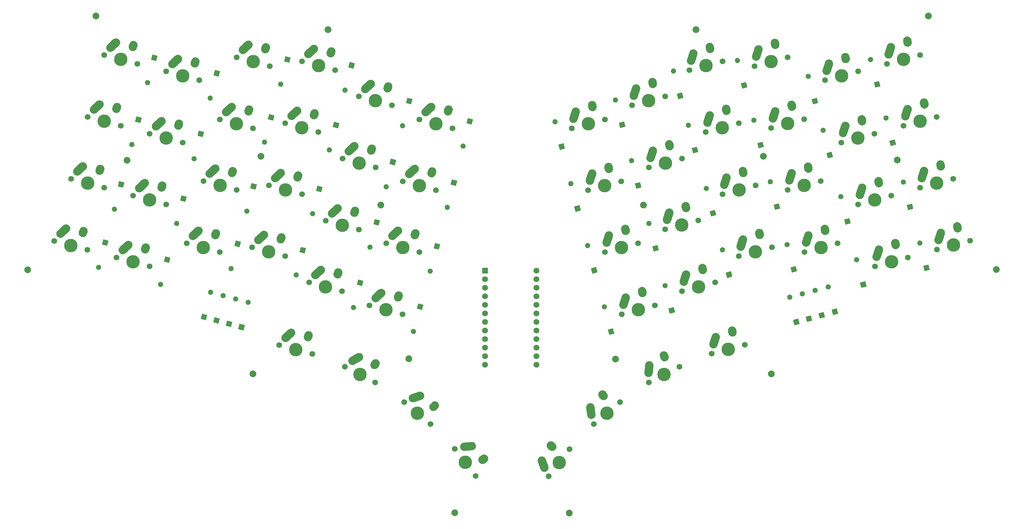
<source format=gbr>
%TF.GenerationSoftware,KiCad,Pcbnew,(5.1.9)-1*%
%TF.CreationDate,2021-03-13T12:52:02-07:00*%
%TF.ProjectId,Pteron56v0,50746572-6f6e-4353-9676-302e6b696361,rev?*%
%TF.SameCoordinates,Original*%
%TF.FileFunction,Soldermask,Top*%
%TF.FilePolarity,Negative*%
%FSLAX46Y46*%
G04 Gerber Fmt 4.6, Leading zero omitted, Abs format (unit mm)*
G04 Created by KiCad (PCBNEW (5.1.9)-1) date 2021-03-13 12:52:02*
%MOMM*%
%LPD*%
G01*
G04 APERTURE LIST*
%ADD10C,2.000000*%
%ADD11R,1.752600X1.752600*%
%ADD12C,1.752600*%
%ADD13C,3.987800*%
%ADD14C,1.701800*%
%ADD15C,0.100000*%
G04 APERTURE END LIST*
D10*
%TO.C,REF\u002A\u002A*%
X259672612Y-71399685D03*
%TD*%
%TO.C,REF\u002A\u002A*%
X219985826Y-70277240D03*
%TD*%
%TO.C,REF\u002A\u002A*%
X184380884Y-84710039D03*
%TD*%
%TO.C,REF\u002A\u002A*%
X176107103Y-130439315D03*
%TD*%
%TO.C,REF\u002A\u002A*%
X114775335Y-130408173D03*
%TD*%
%TO.C,REF\u002A\u002A*%
X106520066Y-84777424D03*
%TD*%
%TO.C,REF\u002A\u002A*%
X70988816Y-70246174D03*
%TD*%
%TO.C,REF\u002A\u002A*%
X31238817Y-71464924D03*
%TD*%
%TO.C,REF\u002A\u002A*%
X1801318Y-103996173D03*
%TD*%
%TO.C,REF\u002A\u002A*%
X68551317Y-134839924D03*
%TD*%
%TO.C,REF\u002A\u002A*%
X128457567Y-176089924D03*
%TD*%
%TO.C,REF\u002A\u002A*%
X162395068Y-176183675D03*
%TD*%
%TO.C,REF\u002A\u002A*%
X222301319Y-134839924D03*
%TD*%
%TO.C,REF\u002A\u002A*%
X289051317Y-103902423D03*
%TD*%
%TO.C,REF\u002A\u002A*%
X268895069Y-28621174D03*
%TD*%
%TO.C,REF\u002A\u002A*%
X199988818Y-32652422D03*
%TD*%
%TO.C,REF\u002A\u002A*%
X90863817Y-32652424D03*
%TD*%
%TO.C,REF\u002A\u002A*%
X22051317Y-28621173D03*
%TD*%
D11*
%TO.C,U1*%
X137434865Y-104187501D03*
D12*
X137434865Y-106727501D03*
X137434865Y-109267501D03*
X137434865Y-111807501D03*
X137434865Y-114347501D03*
X137434865Y-116887501D03*
X137434865Y-119427501D03*
X137434865Y-121967501D03*
X137434865Y-124507501D03*
X137434865Y-127047501D03*
X137434865Y-129587501D03*
X137434865Y-132127501D03*
X152674865Y-132127501D03*
X152674865Y-129587501D03*
X152674865Y-127047501D03*
X152674865Y-124507501D03*
X152674865Y-121967501D03*
X152674865Y-119427501D03*
X152674865Y-116887501D03*
X152674865Y-114347501D03*
X152674865Y-111807501D03*
X152674865Y-109267501D03*
X152674865Y-106727501D03*
X152674865Y-104187501D03*
%TD*%
D13*
%TO.C,SW11*%
X222224499Y-42163026D03*
D14*
X217317596Y-43477827D03*
X227131402Y-40848225D03*
G36*
G01*
X216638927Y-40302473D02*
X217315515Y-38156609D01*
G75*
G02*
X218883543Y-37340345I1192146J-375882D01*
G01*
X218883543Y-37340345D01*
G75*
G02*
X219699807Y-38908373I-375882J-1192146D01*
G01*
X219023219Y-41054237D01*
G75*
G02*
X217455191Y-41870501I-1192146J375882D01*
G01*
X217455191Y-41870501D01*
G75*
G02*
X216638927Y-40302473I375882J1192146D01*
G01*
G37*
G36*
G01*
X222248104Y-37409244D02*
X222136442Y-36840094D01*
G75*
G02*
X223122406Y-35372826I1226616J240652D01*
G01*
X223122406Y-35372826D01*
G75*
G02*
X224589674Y-36358790I240652J-1226616D01*
G01*
X224701336Y-36927940D01*
G75*
G02*
X223715372Y-38395208I-1226616J-240652D01*
G01*
X223715372Y-38395208D01*
G75*
G02*
X222248104Y-37409244I-240652J1226616D01*
G01*
G37*
%TD*%
D13*
%TO.C,SW1*%
X261505747Y-41506774D03*
D14*
X256598844Y-42821575D03*
X266412650Y-40191973D03*
G36*
G01*
X255920175Y-39646221D02*
X256596763Y-37500357D01*
G75*
G02*
X258164791Y-36684093I1192146J-375882D01*
G01*
X258164791Y-36684093D01*
G75*
G02*
X258981055Y-38252121I-375882J-1192146D01*
G01*
X258304467Y-40397985D01*
G75*
G02*
X256736439Y-41214249I-1192146J375882D01*
G01*
X256736439Y-41214249D01*
G75*
G02*
X255920175Y-39646221I375882J1192146D01*
G01*
G37*
G36*
G01*
X261529352Y-36752992D02*
X261417690Y-36183842D01*
G75*
G02*
X262403654Y-34716574I1226616J240652D01*
G01*
X262403654Y-34716574D01*
G75*
G02*
X263870922Y-35702538I240652J-1226616D01*
G01*
X263982584Y-36271688D01*
G75*
G02*
X262996620Y-37738956I-1226616J-240652D01*
G01*
X262996620Y-37738956D01*
G75*
G02*
X261529352Y-36752992I-240652J1226616D01*
G01*
G37*
%TD*%
%TO.C,SW17*%
G36*
G01*
X207810605Y-57002993D02*
X207698943Y-56433843D01*
G75*
G02*
X208684907Y-54966575I1226616J240652D01*
G01*
X208684907Y-54966575D01*
G75*
G02*
X210152175Y-55952539I240652J-1226616D01*
G01*
X210263837Y-56521689D01*
G75*
G02*
X209277873Y-57988957I-1226616J-240652D01*
G01*
X209277873Y-57988957D01*
G75*
G02*
X207810605Y-57002993I-240652J1226616D01*
G01*
G37*
G36*
G01*
X202201428Y-59896222D02*
X202878016Y-57750358D01*
G75*
G02*
X204446044Y-56934094I1192146J-375882D01*
G01*
X204446044Y-56934094D01*
G75*
G02*
X205262308Y-58502122I-375882J-1192146D01*
G01*
X204585720Y-60647986D01*
G75*
G02*
X203017692Y-61464250I-1192146J375882D01*
G01*
X203017692Y-61464250D01*
G75*
G02*
X202201428Y-59896222I375882J1192146D01*
G01*
G37*
X212693903Y-60441974D03*
X202880097Y-63071576D03*
D13*
X207787000Y-61756775D03*
%TD*%
%TO.C,SW15*%
X173568250Y-146506768D03*
D14*
X169676744Y-149772129D03*
X177459756Y-143241407D03*
G36*
G01*
X167719699Y-147181098D02*
X167426015Y-144950348D01*
G75*
G02*
X168502163Y-143547884I1239306J163158D01*
G01*
X168502163Y-143547884D01*
G75*
G02*
X169904627Y-144624032I163158J-1239306D01*
G01*
X170198311Y-146854782D01*
G75*
G02*
X169122163Y-148257246I-1239306J-163158D01*
G01*
X169122163Y-148257246D01*
G75*
G02*
X167719699Y-147181098I-163158J1239306D01*
G01*
G37*
G36*
G01*
X171580609Y-142188402D02*
X171238875Y-141719768D01*
G75*
G02*
X171512367Y-139973286I1009987J736495D01*
G01*
X171512367Y-139973286D01*
G75*
G02*
X173258849Y-140246778I736495J-1009987D01*
G01*
X173600583Y-140715412D01*
G75*
G02*
X173327091Y-142461894I-1009987J-736495D01*
G01*
X173327091Y-142461894D01*
G75*
G02*
X171580609Y-142188402I-736495J1009987D01*
G01*
G37*
%TD*%
%TO.C,D1*%
G36*
G01*
X251959354Y-42325412D02*
X251959354Y-42325412D01*
G75*
G02*
X250979558Y-41759726I-207055J772741D01*
G01*
X250979558Y-41759726D01*
G75*
G02*
X251545244Y-40779930I772741J207055D01*
G01*
X251545244Y-40779930D01*
G75*
G02*
X252525040Y-41345616I207055J-772741D01*
G01*
X252525040Y-41345616D01*
G75*
G02*
X251959354Y-42325412I-772741J-207055D01*
G01*
G37*
D15*
G36*
X254704296Y-49478711D02*
G01*
X253158815Y-49892822D01*
X252744704Y-48347341D01*
X254290185Y-47933230D01*
X254704296Y-49478711D01*
G37*
%TD*%
%TO.C,D2*%
G36*
X259298049Y-66822459D02*
G01*
X257752568Y-67236570D01*
X257338457Y-65691089D01*
X258883938Y-65276978D01*
X259298049Y-66822459D01*
G37*
G36*
G01*
X256553107Y-59669160D02*
X256553107Y-59669160D01*
G75*
G02*
X255573311Y-59103474I-207055J772741D01*
G01*
X255573311Y-59103474D01*
G75*
G02*
X256138997Y-58123678I772741J207055D01*
G01*
X256138997Y-58123678D01*
G75*
G02*
X257118793Y-58689364I207055J-772741D01*
G01*
X257118793Y-58689364D01*
G75*
G02*
X256553107Y-59669160I-772741J-207055D01*
G01*
G37*
%TD*%
%TO.C,D3*%
G36*
X264454292Y-85853709D02*
G01*
X262908811Y-86267820D01*
X262494700Y-84722339D01*
X264040181Y-84308228D01*
X264454292Y-85853709D01*
G37*
G36*
G01*
X261709350Y-78700410D02*
X261709350Y-78700410D01*
G75*
G02*
X260729554Y-78134724I-207055J772741D01*
G01*
X260729554Y-78134724D01*
G75*
G02*
X261295240Y-77154928I772741J207055D01*
G01*
X261295240Y-77154928D01*
G75*
G02*
X262275036Y-77720614I207055J-772741D01*
G01*
X262275036Y-77720614D01*
G75*
G02*
X261709350Y-78700410I-772741J-207055D01*
G01*
G37*
%TD*%
%TO.C,D4*%
G36*
G01*
X266584353Y-96794163D02*
X266584353Y-96794163D01*
G75*
G02*
X265604557Y-96228477I-207055J772741D01*
G01*
X265604557Y-96228477D01*
G75*
G02*
X266170243Y-95248681I772741J207055D01*
G01*
X266170243Y-95248681D01*
G75*
G02*
X267150039Y-95814367I207055J-772741D01*
G01*
X267150039Y-95814367D01*
G75*
G02*
X266584353Y-96794163I-772741J-207055D01*
G01*
G37*
G36*
X269329295Y-103947462D02*
G01*
X267783814Y-104361573D01*
X267369703Y-102816092D01*
X268915184Y-102401981D01*
X269329295Y-103947462D01*
G37*
%TD*%
%TO.C,D5*%
G36*
G01*
X228008743Y-112871910D02*
X228008743Y-112871910D01*
G75*
G02*
X227028947Y-112306224I-207055J772741D01*
G01*
X227028947Y-112306224D01*
G75*
G02*
X227594633Y-111326428I772741J207055D01*
G01*
X227594633Y-111326428D01*
G75*
G02*
X228574429Y-111892114I207055J-772741D01*
G01*
X228574429Y-111892114D01*
G75*
G02*
X228008743Y-112871910I-772741J-207055D01*
G01*
G37*
G36*
X230753685Y-120025209D02*
G01*
X229208204Y-120439320D01*
X228794093Y-118893839D01*
X230339574Y-118479728D01*
X230753685Y-120025209D01*
G37*
%TD*%
%TO.C,D6*%
G36*
X236235547Y-54447457D02*
G01*
X234690066Y-54861568D01*
X234275955Y-53316087D01*
X235821436Y-52901976D01*
X236235547Y-54447457D01*
G37*
G36*
G01*
X233490605Y-47294158D02*
X233490605Y-47294158D01*
G75*
G02*
X232510809Y-46728472I-207055J772741D01*
G01*
X232510809Y-46728472D01*
G75*
G02*
X233076495Y-45748676I772741J207055D01*
G01*
X233076495Y-45748676D01*
G75*
G02*
X234056291Y-46314362I207055J-772741D01*
G01*
X234056291Y-46314362D01*
G75*
G02*
X233490605Y-47294158I-772741J-207055D01*
G01*
G37*
%TD*%
%TO.C,D7*%
G36*
G01*
X237896855Y-63325410D02*
X237896855Y-63325410D01*
G75*
G02*
X236917059Y-62759724I-207055J772741D01*
G01*
X236917059Y-62759724D01*
G75*
G02*
X237482745Y-61779928I772741J207055D01*
G01*
X237482745Y-61779928D01*
G75*
G02*
X238462541Y-62345614I207055J-772741D01*
G01*
X238462541Y-62345614D01*
G75*
G02*
X237896855Y-63325410I-772741J-207055D01*
G01*
G37*
G36*
X240641797Y-70478709D02*
G01*
X239096316Y-70892820D01*
X238682205Y-69347339D01*
X240227686Y-68933228D01*
X240641797Y-70478709D01*
G37*
%TD*%
%TO.C,D8*%
G36*
G01*
X243146855Y-83012915D02*
X243146855Y-83012915D01*
G75*
G02*
X242167059Y-82447229I-207055J772741D01*
G01*
X242167059Y-82447229D01*
G75*
G02*
X242732745Y-81467433I772741J207055D01*
G01*
X242732745Y-81467433D01*
G75*
G02*
X243712541Y-82033119I207055J-772741D01*
G01*
X243712541Y-82033119D01*
G75*
G02*
X243146855Y-83012915I-772741J-207055D01*
G01*
G37*
G36*
X245891797Y-90166214D02*
G01*
X244346316Y-90580325D01*
X243932205Y-89034844D01*
X245477686Y-88620733D01*
X245891797Y-90166214D01*
G37*
%TD*%
%TO.C,D9*%
G36*
X250579296Y-108916210D02*
G01*
X249033815Y-109330321D01*
X248619704Y-107784840D01*
X250165185Y-107370729D01*
X250579296Y-108916210D01*
G37*
G36*
G01*
X247834354Y-101762911D02*
X247834354Y-101762911D01*
G75*
G02*
X246854558Y-101197225I-207055J772741D01*
G01*
X246854558Y-101197225D01*
G75*
G02*
X247420244Y-100217429I772741J207055D01*
G01*
X247420244Y-100217429D01*
G75*
G02*
X248400040Y-100783115I207055J-772741D01*
G01*
X248400040Y-100783115D01*
G75*
G02*
X247834354Y-101762911I-772741J-207055D01*
G01*
G37*
%TD*%
%TO.C,D10*%
G36*
X234466456Y-119030373D02*
G01*
X232920975Y-119444484D01*
X232506864Y-117899003D01*
X234052345Y-117484892D01*
X234466456Y-119030373D01*
G37*
G36*
G01*
X231721514Y-111877074D02*
X231721514Y-111877074D01*
G75*
G02*
X230741718Y-111311388I-207055J772741D01*
G01*
X230741718Y-111311388D01*
G75*
G02*
X231307404Y-110331592I772741J207055D01*
G01*
X231307404Y-110331592D01*
G75*
G02*
X232287200Y-110897278I207055J-772741D01*
G01*
X232287200Y-110897278D01*
G75*
G02*
X231721514Y-111877074I-772741J-207055D01*
G01*
G37*
%TD*%
%TO.C,D11*%
G36*
G01*
X212490602Y-42606661D02*
X212490602Y-42606661D01*
G75*
G02*
X211510806Y-42040975I-207055J772741D01*
G01*
X211510806Y-42040975D01*
G75*
G02*
X212076492Y-41061179I772741J207055D01*
G01*
X212076492Y-41061179D01*
G75*
G02*
X213056288Y-41626865I207055J-772741D01*
G01*
X213056288Y-41626865D01*
G75*
G02*
X212490602Y-42606661I-772741J-207055D01*
G01*
G37*
G36*
X215235544Y-49759960D02*
G01*
X213690063Y-50174071D01*
X213275952Y-48628590D01*
X214821433Y-48214479D01*
X215235544Y-49759960D01*
G37*
%TD*%
%TO.C,D12*%
G36*
X220110550Y-67478709D02*
G01*
X218565069Y-67892820D01*
X218150958Y-66347339D01*
X219696439Y-65933228D01*
X220110550Y-67478709D01*
G37*
G36*
G01*
X217365608Y-60325410D02*
X217365608Y-60325410D01*
G75*
G02*
X216385812Y-59759724I-207055J772741D01*
G01*
X216385812Y-59759724D01*
G75*
G02*
X216951498Y-58779928I772741J207055D01*
G01*
X216951498Y-58779928D01*
G75*
G02*
X217931294Y-59345614I207055J-772741D01*
G01*
X217931294Y-59345614D01*
G75*
G02*
X217365608Y-60325410I-772741J-207055D01*
G01*
G37*
%TD*%
%TO.C,D13*%
G36*
G01*
X222240606Y-78606664D02*
X222240606Y-78606664D01*
G75*
G02*
X221260810Y-78040978I-207055J772741D01*
G01*
X221260810Y-78040978D01*
G75*
G02*
X221826496Y-77061182I772741J207055D01*
G01*
X221826496Y-77061182D01*
G75*
G02*
X222806292Y-77626868I207055J-772741D01*
G01*
X222806292Y-77626868D01*
G75*
G02*
X222240606Y-78606664I-772741J-207055D01*
G01*
G37*
G36*
X224985548Y-85759963D02*
G01*
X223440067Y-86174074D01*
X223025956Y-84628593D01*
X224571437Y-84214482D01*
X224985548Y-85759963D01*
G37*
%TD*%
%TO.C,D14*%
G36*
X229954296Y-104416214D02*
G01*
X228408815Y-104830325D01*
X227994704Y-103284844D01*
X229540185Y-102870733D01*
X229954296Y-104416214D01*
G37*
G36*
G01*
X227209354Y-97262915D02*
X227209354Y-97262915D01*
G75*
G02*
X226229558Y-96697229I-207055J772741D01*
G01*
X226229558Y-96697229D01*
G75*
G02*
X226795244Y-95717433I772741J207055D01*
G01*
X226795244Y-95717433D01*
G75*
G02*
X227775040Y-96283119I207055J-772741D01*
G01*
X227775040Y-96283119D01*
G75*
G02*
X227209354Y-97262915I-772741J-207055D01*
G01*
G37*
%TD*%
%TO.C,D15*%
G36*
G01*
X235524848Y-110857976D02*
X235524848Y-110857976D01*
G75*
G02*
X234545052Y-110292290I-207055J772741D01*
G01*
X234545052Y-110292290D01*
G75*
G02*
X235110738Y-109312494I772741J207055D01*
G01*
X235110738Y-109312494D01*
G75*
G02*
X236090534Y-109878180I207055J-772741D01*
G01*
X236090534Y-109878180D01*
G75*
G02*
X235524848Y-110857976I-772741J-207055D01*
G01*
G37*
G36*
X238269790Y-118011275D02*
G01*
X236724309Y-118425386D01*
X236310198Y-116879905D01*
X237855679Y-116465794D01*
X238269790Y-118011275D01*
G37*
%TD*%
%TO.C,D16*%
G36*
X196263244Y-52882919D02*
G01*
X194717763Y-53297030D01*
X194303652Y-51751549D01*
X195849133Y-51337438D01*
X196263244Y-52882919D01*
G37*
G36*
G01*
X193518302Y-45729620D02*
X193518302Y-45729620D01*
G75*
G02*
X192538506Y-45163934I-207055J772741D01*
G01*
X192538506Y-45163934D01*
G75*
G02*
X193104192Y-44184138I772741J207055D01*
G01*
X193104192Y-44184138D01*
G75*
G02*
X194083988Y-44749824I207055J-772741D01*
G01*
X194083988Y-44749824D01*
G75*
G02*
X193518302Y-45729620I-772741J-207055D01*
G01*
G37*
%TD*%
%TO.C,D17*%
G36*
G01*
X197927903Y-61824248D02*
X197927903Y-61824248D01*
G75*
G02*
X196948107Y-61258562I-207055J772741D01*
G01*
X196948107Y-61258562D01*
G75*
G02*
X197513793Y-60278766I772741J207055D01*
G01*
X197513793Y-60278766D01*
G75*
G02*
X198493589Y-60844452I207055J-772741D01*
G01*
X198493589Y-60844452D01*
G75*
G02*
X197927903Y-61824248I-772741J-207055D01*
G01*
G37*
G36*
X200672845Y-68977547D02*
G01*
X199127364Y-69391658D01*
X198713253Y-67846177D01*
X200258734Y-67432066D01*
X200672845Y-68977547D01*
G37*
%TD*%
%TO.C,D18*%
G36*
X205991481Y-87740308D02*
G01*
X204446000Y-88154419D01*
X204031889Y-86608938D01*
X205577370Y-86194827D01*
X205991481Y-87740308D01*
G37*
G36*
G01*
X203246539Y-80587009D02*
X203246539Y-80587009D01*
G75*
G02*
X202266743Y-80021323I-207055J772741D01*
G01*
X202266743Y-80021323D01*
G75*
G02*
X202832429Y-79041527I772741J207055D01*
G01*
X202832429Y-79041527D01*
G75*
G02*
X203812225Y-79607213I207055J-772741D01*
G01*
X203812225Y-79607213D01*
G75*
G02*
X203246539Y-80587009I-772741J-207055D01*
G01*
G37*
%TD*%
%TO.C,D19*%
G36*
X210778045Y-105966235D02*
G01*
X209232564Y-106380346D01*
X208818453Y-104834865D01*
X210363934Y-104420754D01*
X210778045Y-105966235D01*
G37*
G36*
G01*
X208033103Y-98812936D02*
X208033103Y-98812936D01*
G75*
G02*
X207053307Y-98247250I-207055J772741D01*
G01*
X207053307Y-98247250D01*
G75*
G02*
X207618993Y-97267454I772741J207055D01*
G01*
X207618993Y-97267454D01*
G75*
G02*
X208598789Y-97833140I207055J-772741D01*
G01*
X208598789Y-97833140D01*
G75*
G02*
X208033103Y-98812936I-772741J-207055D01*
G01*
G37*
%TD*%
%TO.C,D20*%
G36*
X242163681Y-116967910D02*
G01*
X240618200Y-117382021D01*
X240204089Y-115836540D01*
X241749570Y-115422429D01*
X242163681Y-116967910D01*
G37*
G36*
G01*
X239418739Y-109814611D02*
X239418739Y-109814611D01*
G75*
G02*
X238438943Y-109248925I-207055J772741D01*
G01*
X238438943Y-109248925D01*
G75*
G02*
X239004629Y-108269129I772741J207055D01*
G01*
X239004629Y-108269129D01*
G75*
G02*
X239984425Y-108834815I207055J-772741D01*
G01*
X239984425Y-108834815D01*
G75*
G02*
X239418739Y-109814611I-772741J-207055D01*
G01*
G37*
%TD*%
%TO.C,D21*%
G36*
G01*
X176303106Y-54325410D02*
X176303106Y-54325410D01*
G75*
G02*
X175323310Y-53759724I-207055J772741D01*
G01*
X175323310Y-53759724D01*
G75*
G02*
X175888996Y-52779928I772741J207055D01*
G01*
X175888996Y-52779928D01*
G75*
G02*
X176868792Y-53345614I207055J-772741D01*
G01*
X176868792Y-53345614D01*
G75*
G02*
X176303106Y-54325410I-772741J-207055D01*
G01*
G37*
G36*
X179048048Y-61478709D02*
G01*
X177502567Y-61892820D01*
X177088456Y-60347339D01*
X178633937Y-59933228D01*
X179048048Y-61478709D01*
G37*
%TD*%
%TO.C,D22*%
G36*
X183829302Y-79478712D02*
G01*
X182283821Y-79892823D01*
X181869710Y-78347342D01*
X183415191Y-77933231D01*
X183829302Y-79478712D01*
G37*
G36*
G01*
X181084360Y-72325413D02*
X181084360Y-72325413D01*
G75*
G02*
X180104564Y-71759727I-207055J772741D01*
G01*
X180104564Y-71759727D01*
G75*
G02*
X180670250Y-70779931I772741J207055D01*
G01*
X180670250Y-70779931D01*
G75*
G02*
X181650046Y-71345617I207055J-772741D01*
G01*
X181650046Y-71345617D01*
G75*
G02*
X181084360Y-72325413I-772741J-207055D01*
G01*
G37*
%TD*%
%TO.C,D23*%
G36*
X188985545Y-98134959D02*
G01*
X187440064Y-98549070D01*
X187025953Y-97003589D01*
X188571434Y-96589478D01*
X188985545Y-98134959D01*
G37*
G36*
G01*
X186240603Y-90981660D02*
X186240603Y-90981660D01*
G75*
G02*
X185260807Y-90415974I-207055J772741D01*
G01*
X185260807Y-90415974D01*
G75*
G02*
X185826493Y-89436178I772741J207055D01*
G01*
X185826493Y-89436178D01*
G75*
G02*
X186806289Y-90001864I207055J-772741D01*
G01*
X186806289Y-90001864D01*
G75*
G02*
X186240603Y-90981660I-772741J-207055D01*
G01*
G37*
%TD*%
%TO.C,D24*%
G36*
G01*
X191021847Y-109450411D02*
X191021847Y-109450411D01*
G75*
G02*
X190042051Y-108884725I-207055J772741D01*
G01*
X190042051Y-108884725D01*
G75*
G02*
X190607737Y-107904929I772741J207055D01*
G01*
X190607737Y-107904929D01*
G75*
G02*
X191587533Y-108470615I207055J-772741D01*
G01*
X191587533Y-108470615D01*
G75*
G02*
X191021847Y-109450411I-772741J-207055D01*
G01*
G37*
G36*
X193766789Y-116603710D02*
G01*
X192221308Y-117017821D01*
X191807197Y-115472340D01*
X193352678Y-115058229D01*
X193766789Y-116603710D01*
G37*
%TD*%
%TO.C,D25*%
G36*
X161141799Y-67947460D02*
G01*
X159596318Y-68361571D01*
X159182207Y-66816090D01*
X160727688Y-66401979D01*
X161141799Y-67947460D01*
G37*
G36*
G01*
X158396857Y-60794161D02*
X158396857Y-60794161D01*
G75*
G02*
X157417061Y-60228475I-207055J772741D01*
G01*
X157417061Y-60228475D01*
G75*
G02*
X157982747Y-59248679I772741J207055D01*
G01*
X157982747Y-59248679D01*
G75*
G02*
X158962543Y-59814365I207055J-772741D01*
G01*
X158962543Y-59814365D01*
G75*
G02*
X158396857Y-60794161I-772741J-207055D01*
G01*
G37*
%TD*%
%TO.C,D26*%
G36*
G01*
X163084352Y-79169160D02*
X163084352Y-79169160D01*
G75*
G02*
X162104556Y-78603474I-207055J772741D01*
G01*
X162104556Y-78603474D01*
G75*
G02*
X162670242Y-77623678I772741J207055D01*
G01*
X162670242Y-77623678D01*
G75*
G02*
X163650038Y-78189364I207055J-772741D01*
G01*
X163650038Y-78189364D01*
G75*
G02*
X163084352Y-79169160I-772741J-207055D01*
G01*
G37*
G36*
X165829294Y-86322459D02*
G01*
X164283813Y-86736570D01*
X163869702Y-85191089D01*
X165415183Y-84776978D01*
X165829294Y-86322459D01*
G37*
%TD*%
%TO.C,D27*%
G36*
X170798052Y-104697459D02*
G01*
X169252571Y-105111570D01*
X168838460Y-103566089D01*
X170383941Y-103151978D01*
X170798052Y-104697459D01*
G37*
G36*
G01*
X168053110Y-97544160D02*
X168053110Y-97544160D01*
G75*
G02*
X167073314Y-96978474I-207055J772741D01*
G01*
X167073314Y-96978474D01*
G75*
G02*
X167639000Y-95998678I772741J207055D01*
G01*
X167639000Y-95998678D01*
G75*
G02*
X168618796Y-96564364I207055J-772741D01*
G01*
X168618796Y-96564364D01*
G75*
G02*
X168053110Y-97544160I-772741J-207055D01*
G01*
G37*
%TD*%
%TO.C,D28*%
G36*
X175766796Y-122884959D02*
G01*
X174221315Y-123299070D01*
X173807204Y-121753589D01*
X175352685Y-121339478D01*
X175766796Y-122884959D01*
G37*
G36*
G01*
X173021854Y-115731660D02*
X173021854Y-115731660D01*
G75*
G02*
X172042058Y-115165974I-207055J772741D01*
G01*
X172042058Y-115165974D01*
G75*
G02*
X172607744Y-114186178I772741J207055D01*
G01*
X172607744Y-114186178D01*
G75*
G02*
X173587540Y-114751864I207055J-772741D01*
G01*
X173587540Y-114751864D01*
G75*
G02*
X173021854Y-115731660I-772741J-207055D01*
G01*
G37*
%TD*%
%TO.C,D29*%
G36*
G01*
X131115605Y-66469387D02*
X131115605Y-66469387D01*
G75*
G02*
X131681291Y-67449183I-207055J-772741D01*
G01*
X131681291Y-67449183D01*
G75*
G02*
X130701495Y-68014869I-772741J207055D01*
G01*
X130701495Y-68014869D01*
G75*
G02*
X130135809Y-67035073I207055J772741D01*
G01*
X130135809Y-67035073D01*
G75*
G02*
X131115605Y-66469387I772741J-207055D01*
G01*
G37*
G36*
X132315066Y-58901977D02*
G01*
X133860547Y-59316088D01*
X133446436Y-60861569D01*
X131900955Y-60447458D01*
X132315066Y-58901977D01*
G37*
%TD*%
%TO.C,D30*%
G36*
G01*
X126428104Y-84656885D02*
X126428104Y-84656885D01*
G75*
G02*
X126993790Y-85636681I-207055J-772741D01*
G01*
X126993790Y-85636681D01*
G75*
G02*
X126013994Y-86202367I-772741J207055D01*
G01*
X126013994Y-86202367D01*
G75*
G02*
X125448308Y-85222571I207055J772741D01*
G01*
X125448308Y-85222571D01*
G75*
G02*
X126428104Y-84656885I772741J-207055D01*
G01*
G37*
G36*
X127627565Y-77089475D02*
G01*
X129173046Y-77503586D01*
X128758935Y-79049067D01*
X127213454Y-78634956D01*
X127627565Y-77089475D01*
G37*
%TD*%
%TO.C,D31*%
G36*
X122565065Y-96026981D02*
G01*
X124110546Y-96441092D01*
X123696435Y-97986573D01*
X122150954Y-97572462D01*
X122565065Y-96026981D01*
G37*
G36*
G01*
X121365604Y-103594391D02*
X121365604Y-103594391D01*
G75*
G02*
X121931290Y-104574187I-207055J-772741D01*
G01*
X121931290Y-104574187D01*
G75*
G02*
X120951494Y-105139873I-772741J207055D01*
G01*
X120951494Y-105139873D01*
G75*
G02*
X120385808Y-104160077I207055J772741D01*
G01*
X120385808Y-104160077D01*
G75*
G02*
X121365604Y-103594391I772741J-207055D01*
G01*
G37*
%TD*%
%TO.C,D32*%
G36*
G01*
X116396855Y-121500641D02*
X116396855Y-121500641D01*
G75*
G02*
X116962541Y-122480437I-207055J-772741D01*
G01*
X116962541Y-122480437D01*
G75*
G02*
X115982745Y-123046123I-772741J207055D01*
G01*
X115982745Y-123046123D01*
G75*
G02*
X115417059Y-122066327I207055J772741D01*
G01*
X115417059Y-122066327D01*
G75*
G02*
X116396855Y-121500641I772741J-207055D01*
G01*
G37*
G36*
X117596316Y-113933231D02*
G01*
X119141797Y-114347342D01*
X118727686Y-115892823D01*
X117182205Y-115478712D01*
X117596316Y-113933231D01*
G37*
%TD*%
%TO.C,D33*%
G36*
X114356733Y-52867656D02*
G01*
X115902214Y-53281767D01*
X115488103Y-54827248D01*
X113942622Y-54413137D01*
X114356733Y-52867656D01*
G37*
G36*
G01*
X113157272Y-60435066D02*
X113157272Y-60435066D01*
G75*
G02*
X113722958Y-61414862I-207055J-772741D01*
G01*
X113722958Y-61414862D01*
G75*
G02*
X112743162Y-61980548I-772741J207055D01*
G01*
X112743162Y-61980548D01*
G75*
G02*
X112177476Y-61000752I207055J772741D01*
G01*
X112177476Y-61000752D01*
G75*
G02*
X113157272Y-60435066I772741J-207055D01*
G01*
G37*
%TD*%
%TO.C,D34*%
G36*
G01*
X108304421Y-78546179D02*
X108304421Y-78546179D01*
G75*
G02*
X108870107Y-79525975I-207055J-772741D01*
G01*
X108870107Y-79525975D01*
G75*
G02*
X107890311Y-80091661I-772741J207055D01*
G01*
X107890311Y-80091661D01*
G75*
G02*
X107324625Y-79111865I207055J772741D01*
G01*
X107324625Y-79111865D01*
G75*
G02*
X108304421Y-78546179I772741J-207055D01*
G01*
G37*
G36*
X109503882Y-70978769D02*
G01*
X111049363Y-71392880D01*
X110635252Y-72938361D01*
X109089771Y-72524250D01*
X109503882Y-70978769D01*
G37*
%TD*%
%TO.C,D35*%
G36*
X104699548Y-88908768D02*
G01*
X106245029Y-89322879D01*
X105830918Y-90868360D01*
X104285437Y-90454249D01*
X104699548Y-88908768D01*
G37*
G36*
G01*
X103500087Y-96476178D02*
X103500087Y-96476178D01*
G75*
G02*
X104065773Y-97455974I-207055J-772741D01*
G01*
X104065773Y-97455974D01*
G75*
G02*
X103085977Y-98021660I-772741J207055D01*
G01*
X103085977Y-98021660D01*
G75*
G02*
X102520291Y-97041864I207055J772741D01*
G01*
X102520291Y-97041864D01*
G75*
G02*
X103500087Y-96476178I772741J-207055D01*
G01*
G37*
%TD*%
%TO.C,D36*%
G36*
X99804666Y-106814506D02*
G01*
X101350147Y-107228617D01*
X100936036Y-108774098D01*
X99390555Y-108359987D01*
X99804666Y-106814506D01*
G37*
G36*
G01*
X98605205Y-114381916D02*
X98605205Y-114381916D01*
G75*
G02*
X99170891Y-115361712I-207055J-772741D01*
G01*
X99170891Y-115361712D01*
G75*
G02*
X98191095Y-115927398I-772741J207055D01*
G01*
X98191095Y-115927398D01*
G75*
G02*
X97625409Y-114947602I207055J772741D01*
G01*
X97625409Y-114947602D01*
G75*
G02*
X98605205Y-114381916I772741J-207055D01*
G01*
G37*
%TD*%
%TO.C,D37*%
G36*
G01*
X96097777Y-49846445D02*
X96097777Y-49846445D01*
G75*
G02*
X96663463Y-50826241I-207055J-772741D01*
G01*
X96663463Y-50826241D01*
G75*
G02*
X95683667Y-51391927I-772741J207055D01*
G01*
X95683667Y-51391927D01*
G75*
G02*
X95117981Y-50412131I207055J772741D01*
G01*
X95117981Y-50412131D01*
G75*
G02*
X96097777Y-49846445I772741J-207055D01*
G01*
G37*
G36*
X97297238Y-42279035D02*
G01*
X98842719Y-42693146D01*
X98428608Y-44238627D01*
X96883127Y-43824516D01*
X97297238Y-42279035D01*
G37*
%TD*%
%TO.C,D38*%
G36*
G01*
X91459353Y-67594386D02*
X91459353Y-67594386D01*
G75*
G02*
X92025039Y-68574182I-207055J-772741D01*
G01*
X92025039Y-68574182D01*
G75*
G02*
X91045243Y-69139868I-772741J207055D01*
G01*
X91045243Y-69139868D01*
G75*
G02*
X90479557Y-68160072I207055J772741D01*
G01*
X90479557Y-68160072D01*
G75*
G02*
X91459353Y-67594386I772741J-207055D01*
G01*
G37*
G36*
X92658814Y-60026976D02*
G01*
X94204295Y-60441087D01*
X93790184Y-61986568D01*
X92244703Y-61572457D01*
X92658814Y-60026976D01*
G37*
%TD*%
%TO.C,D39*%
G36*
G01*
X86490602Y-86531888D02*
X86490602Y-86531888D01*
G75*
G02*
X87056288Y-87511684I-207055J-772741D01*
G01*
X87056288Y-87511684D01*
G75*
G02*
X86076492Y-88077370I-772741J207055D01*
G01*
X86076492Y-88077370D01*
G75*
G02*
X85510806Y-87097574I207055J772741D01*
G01*
X85510806Y-87097574D01*
G75*
G02*
X86490602Y-86531888I772741J-207055D01*
G01*
G37*
G36*
X87690063Y-78964478D02*
G01*
X89235544Y-79378589D01*
X88821433Y-80924070D01*
X87275952Y-80509959D01*
X87690063Y-78964478D01*
G37*
%TD*%
%TO.C,D40*%
G36*
X82815061Y-97151979D02*
G01*
X84360542Y-97566090D01*
X83946431Y-99111571D01*
X82400950Y-98697460D01*
X82815061Y-97151979D01*
G37*
G36*
G01*
X81615600Y-104719389D02*
X81615600Y-104719389D01*
G75*
G02*
X82181286Y-105699185I-207055J-772741D01*
G01*
X82181286Y-105699185D01*
G75*
G02*
X81201490Y-106264871I-772741J207055D01*
G01*
X81201490Y-106264871D01*
G75*
G02*
X80635804Y-105285075I207055J772741D01*
G01*
X80635804Y-105285075D01*
G75*
G02*
X81615600Y-104719389I772741J-207055D01*
G01*
G37*
%TD*%
%TO.C,D41*%
G36*
X54623015Y-118978871D02*
G01*
X53077534Y-118564760D01*
X53491645Y-117019279D01*
X55037126Y-117433390D01*
X54623015Y-118978871D01*
G37*
G36*
G01*
X55822476Y-111411461D02*
X55822476Y-111411461D01*
G75*
G02*
X55256790Y-110431665I207055J772741D01*
G01*
X55256790Y-110431665D01*
G75*
G02*
X56236586Y-109865979I772741J-207055D01*
G01*
X56236586Y-109865979D01*
G75*
G02*
X56802272Y-110845775I-207055J-772741D01*
G01*
X56802272Y-110845775D01*
G75*
G02*
X55822476Y-111411461I-772741J207055D01*
G01*
G37*
%TD*%
%TO.C,D42*%
G36*
G01*
X77021850Y-48094390D02*
X77021850Y-48094390D01*
G75*
G02*
X77587536Y-49074186I-207055J-772741D01*
G01*
X77587536Y-49074186D01*
G75*
G02*
X76607740Y-49639872I-772741J207055D01*
G01*
X76607740Y-49639872D01*
G75*
G02*
X76042054Y-48660076I207055J772741D01*
G01*
X76042054Y-48660076D01*
G75*
G02*
X77021850Y-48094390I772741J-207055D01*
G01*
G37*
G36*
X78221311Y-40526980D02*
G01*
X79766792Y-40941091D01*
X79352681Y-42486572D01*
X77807200Y-42072461D01*
X78221311Y-40526980D01*
G37*
%TD*%
%TO.C,D43*%
G36*
G01*
X72223672Y-65302538D02*
X72223672Y-65302538D01*
G75*
G02*
X72789358Y-66282334I-207055J-772741D01*
G01*
X72789358Y-66282334D01*
G75*
G02*
X71809562Y-66848020I-772741J207055D01*
G01*
X71809562Y-66848020D01*
G75*
G02*
X71243876Y-65868224I207055J772741D01*
G01*
X71243876Y-65868224D01*
G75*
G02*
X72223672Y-65302538I772741J-207055D01*
G01*
G37*
G36*
X73423133Y-57735128D02*
G01*
X74968614Y-58149239D01*
X74554503Y-59694720D01*
X73009022Y-59280609D01*
X73423133Y-57735128D01*
G37*
%TD*%
%TO.C,D44*%
G36*
G01*
X66990604Y-85781888D02*
X66990604Y-85781888D01*
G75*
G02*
X67556290Y-86761684I-207055J-772741D01*
G01*
X67556290Y-86761684D01*
G75*
G02*
X66576494Y-87327370I-772741J207055D01*
G01*
X66576494Y-87327370D01*
G75*
G02*
X66010808Y-86347574I207055J772741D01*
G01*
X66010808Y-86347574D01*
G75*
G02*
X66990604Y-85781888I772741J-207055D01*
G01*
G37*
G36*
X68190065Y-78214478D02*
G01*
X69735546Y-78628589D01*
X69321435Y-80174070D01*
X67775954Y-79759959D01*
X68190065Y-78214478D01*
G37*
%TD*%
%TO.C,D45*%
G36*
G01*
X62303102Y-102844387D02*
X62303102Y-102844387D01*
G75*
G02*
X62868788Y-103824183I-207055J-772741D01*
G01*
X62868788Y-103824183D01*
G75*
G02*
X61888992Y-104389869I-772741J207055D01*
G01*
X61888992Y-104389869D01*
G75*
G02*
X61323306Y-103410073I207055J772741D01*
G01*
X61323306Y-103410073D01*
G75*
G02*
X62303102Y-102844387I772741J-207055D01*
G01*
G37*
G36*
X63502563Y-95276977D02*
G01*
X65048044Y-95691088D01*
X64633933Y-97236569D01*
X63088452Y-96822458D01*
X63502563Y-95276977D01*
G37*
%TD*%
%TO.C,D46*%
G36*
G01*
X59535256Y-112406299D02*
X59535256Y-112406299D01*
G75*
G02*
X58969570Y-111426503I207055J772741D01*
G01*
X58969570Y-111426503D01*
G75*
G02*
X59949366Y-110860817I772741J-207055D01*
G01*
X59949366Y-110860817D01*
G75*
G02*
X60515052Y-111840613I-207055J-772741D01*
G01*
X60515052Y-111840613D01*
G75*
G02*
X59535256Y-112406299I-772741J207055D01*
G01*
G37*
G36*
X58335795Y-119973709D02*
G01*
X56790314Y-119559598D01*
X57204425Y-118014117D01*
X58749906Y-118428228D01*
X58335795Y-119973709D01*
G37*
%TD*%
%TO.C,D47*%
G36*
X57315063Y-44651978D02*
G01*
X58860544Y-45066089D01*
X58446433Y-46611570D01*
X56900952Y-46197459D01*
X57315063Y-44651978D01*
G37*
G36*
G01*
X56115602Y-52219388D02*
X56115602Y-52219388D01*
G75*
G02*
X56681288Y-53199184I-207055J-772741D01*
G01*
X56681288Y-53199184D01*
G75*
G02*
X55701492Y-53764870I-772741J207055D01*
G01*
X55701492Y-53764870D01*
G75*
G02*
X55135806Y-52785074I207055J772741D01*
G01*
X55135806Y-52785074D01*
G75*
G02*
X56115602Y-52219388I772741J-207055D01*
G01*
G37*
%TD*%
%TO.C,D48*%
G36*
G01*
X51334357Y-70219392D02*
X51334357Y-70219392D01*
G75*
G02*
X51900043Y-71199188I-207055J-772741D01*
G01*
X51900043Y-71199188D01*
G75*
G02*
X50920247Y-71764874I-772741J207055D01*
G01*
X50920247Y-71764874D01*
G75*
G02*
X50354561Y-70785078I207055J772741D01*
G01*
X50354561Y-70785078D01*
G75*
G02*
X51334357Y-70219392I772741J-207055D01*
G01*
G37*
G36*
X52533818Y-62651982D02*
G01*
X54079299Y-63066093D01*
X53665188Y-64611574D01*
X52119707Y-64197463D01*
X52533818Y-62651982D01*
G37*
%TD*%
%TO.C,D49*%
G36*
G01*
X46178102Y-89438137D02*
X46178102Y-89438137D01*
G75*
G02*
X46743788Y-90417933I-207055J-772741D01*
G01*
X46743788Y-90417933D01*
G75*
G02*
X45763992Y-90983619I-772741J207055D01*
G01*
X45763992Y-90983619D01*
G75*
G02*
X45198306Y-90003823I207055J772741D01*
G01*
X45198306Y-90003823D01*
G75*
G02*
X46178102Y-89438137I772741J-207055D01*
G01*
G37*
G36*
X47377563Y-81870727D02*
G01*
X48923044Y-82284838D01*
X48508933Y-83830319D01*
X46963452Y-83416208D01*
X47377563Y-81870727D01*
G37*
%TD*%
%TO.C,D50*%
G36*
X42596310Y-99964480D02*
G01*
X44141791Y-100378591D01*
X43727680Y-101924072D01*
X42182199Y-101509961D01*
X42596310Y-99964480D01*
G37*
G36*
G01*
X41396849Y-107531890D02*
X41396849Y-107531890D01*
G75*
G02*
X41962535Y-108511686I-207055J-772741D01*
G01*
X41962535Y-108511686D01*
G75*
G02*
X40982739Y-109077372I-772741J207055D01*
G01*
X40982739Y-109077372D01*
G75*
G02*
X40417053Y-108097576I207055J772741D01*
G01*
X40417053Y-108097576D01*
G75*
G02*
X41396849Y-107531890I772741J-207055D01*
G01*
G37*
%TD*%
%TO.C,D51*%
G36*
X62048575Y-120968544D02*
G01*
X60503094Y-120554433D01*
X60917205Y-119008952D01*
X62462686Y-119423063D01*
X62048575Y-120968544D01*
G37*
G36*
G01*
X63248036Y-113401134D02*
X63248036Y-113401134D01*
G75*
G02*
X62682350Y-112421338I207055J772741D01*
G01*
X62682350Y-112421338D01*
G75*
G02*
X63662146Y-111855652I772741J-207055D01*
G01*
X63662146Y-111855652D01*
G75*
G02*
X64227832Y-112835448I-207055J-772741D01*
G01*
X64227832Y-112835448D01*
G75*
G02*
X63248036Y-113401134I-772741J207055D01*
G01*
G37*
%TD*%
%TO.C,D52*%
G36*
X38752565Y-40058231D02*
G01*
X40298046Y-40472342D01*
X39883935Y-42017823D01*
X38338454Y-41603712D01*
X38752565Y-40058231D01*
G37*
G36*
G01*
X37553104Y-47625641D02*
X37553104Y-47625641D01*
G75*
G02*
X38118790Y-48605437I-207055J-772741D01*
G01*
X38118790Y-48605437D01*
G75*
G02*
X37138994Y-49171123I-772741J207055D01*
G01*
X37138994Y-49171123D01*
G75*
G02*
X36573308Y-48191327I207055J772741D01*
G01*
X36573308Y-48191327D01*
G75*
G02*
X37553104Y-47625641I772741J-207055D01*
G01*
G37*
%TD*%
%TO.C,D53*%
G36*
G01*
X32865604Y-66000642D02*
X32865604Y-66000642D01*
G75*
G02*
X33431290Y-66980438I-207055J-772741D01*
G01*
X33431290Y-66980438D01*
G75*
G02*
X32451494Y-67546124I-772741J207055D01*
G01*
X32451494Y-67546124D01*
G75*
G02*
X31885808Y-66566328I207055J772741D01*
G01*
X31885808Y-66566328D01*
G75*
G02*
X32865604Y-66000642I772741J-207055D01*
G01*
G37*
G36*
X34065065Y-58433232D02*
G01*
X35610546Y-58847343D01*
X35196435Y-60392824D01*
X33650954Y-59978713D01*
X34065065Y-58433232D01*
G37*
%TD*%
%TO.C,D54*%
G36*
G01*
X27709356Y-85219387D02*
X27709356Y-85219387D01*
G75*
G02*
X28275042Y-86199183I-207055J-772741D01*
G01*
X28275042Y-86199183D01*
G75*
G02*
X27295246Y-86764869I-772741J207055D01*
G01*
X27295246Y-86764869D01*
G75*
G02*
X26729560Y-85785073I207055J772741D01*
G01*
X26729560Y-85785073D01*
G75*
G02*
X27709356Y-85219387I772741J-207055D01*
G01*
G37*
G36*
X28908817Y-77651977D02*
G01*
X30454298Y-78066088D01*
X30040187Y-79611569D01*
X28494706Y-79197458D01*
X28908817Y-77651977D01*
G37*
%TD*%
%TO.C,D55*%
G36*
X24221318Y-94901980D02*
G01*
X25766799Y-95316091D01*
X25352688Y-96861572D01*
X23807207Y-96447461D01*
X24221318Y-94901980D01*
G37*
G36*
G01*
X23021857Y-102469390D02*
X23021857Y-102469390D01*
G75*
G02*
X23587543Y-103449186I-207055J-772741D01*
G01*
X23587543Y-103449186D01*
G75*
G02*
X22607747Y-104014872I-772741J207055D01*
G01*
X22607747Y-104014872D01*
G75*
G02*
X22042061Y-103035076I207055J772741D01*
G01*
X22042061Y-103035076D01*
G75*
G02*
X23021857Y-102469390I772741J-207055D01*
G01*
G37*
%TD*%
%TO.C,D56*%
G36*
X65761349Y-121963381D02*
G01*
X64215868Y-121549270D01*
X64629979Y-120003789D01*
X66175460Y-120417900D01*
X65761349Y-121963381D01*
G37*
G36*
G01*
X66960810Y-114395971D02*
X66960810Y-114395971D01*
G75*
G02*
X66395124Y-113416175I207055J772741D01*
G01*
X66395124Y-113416175D01*
G75*
G02*
X67374920Y-112850489I772741J-207055D01*
G01*
X67374920Y-112850489D01*
G75*
G02*
X67940606Y-113830285I-207055J-772741D01*
G01*
X67940606Y-113830285D01*
G75*
G02*
X66960810Y-114395971I-772741J207055D01*
G01*
G37*
%TD*%
D13*
%TO.C,SW2*%
X266474504Y-59881774D03*
D14*
X261567601Y-61196575D03*
X271381407Y-58566973D03*
G36*
G01*
X260888932Y-58021221D02*
X261565520Y-55875357D01*
G75*
G02*
X263133548Y-55059093I1192146J-375882D01*
G01*
X263133548Y-55059093D01*
G75*
G02*
X263949812Y-56627121I-375882J-1192146D01*
G01*
X263273224Y-58772985D01*
G75*
G02*
X261705196Y-59589249I-1192146J375882D01*
G01*
X261705196Y-59589249D01*
G75*
G02*
X260888932Y-58021221I375882J1192146D01*
G01*
G37*
G36*
G01*
X266498109Y-55127992D02*
X266386447Y-54558842D01*
G75*
G02*
X267372411Y-53091574I1226616J240652D01*
G01*
X267372411Y-53091574D01*
G75*
G02*
X268839679Y-54077538I240652J-1226616D01*
G01*
X268951341Y-54646688D01*
G75*
G02*
X267965377Y-56113956I-1226616J-240652D01*
G01*
X267965377Y-56113956D01*
G75*
G02*
X266498109Y-55127992I-240652J1226616D01*
G01*
G37*
%TD*%
%TO.C,SW3*%
G36*
G01*
X271373109Y-73502991D02*
X271261447Y-72933841D01*
G75*
G02*
X272247411Y-71466573I1226616J240652D01*
G01*
X272247411Y-71466573D01*
G75*
G02*
X273714679Y-72452537I240652J-1226616D01*
G01*
X273826341Y-73021687D01*
G75*
G02*
X272840377Y-74488955I-1226616J-240652D01*
G01*
X272840377Y-74488955D01*
G75*
G02*
X271373109Y-73502991I-240652J1226616D01*
G01*
G37*
G36*
G01*
X265763932Y-76396220D02*
X266440520Y-74250356D01*
G75*
G02*
X268008548Y-73434092I1192146J-375882D01*
G01*
X268008548Y-73434092D01*
G75*
G02*
X268824812Y-75002120I-375882J-1192146D01*
G01*
X268148224Y-77147984D01*
G75*
G02*
X266580196Y-77964248I-1192146J375882D01*
G01*
X266580196Y-77964248D01*
G75*
G02*
X265763932Y-76396220I375882J1192146D01*
G01*
G37*
X276256407Y-76941972D03*
X266442601Y-79571574D03*
D13*
X271349504Y-78256773D03*
%TD*%
%TO.C,SW4*%
X276318249Y-96631775D03*
D14*
X271411346Y-97946576D03*
X281225152Y-95316974D03*
G36*
G01*
X270732677Y-94771222D02*
X271409265Y-92625358D01*
G75*
G02*
X272977293Y-91809094I1192146J-375882D01*
G01*
X272977293Y-91809094D01*
G75*
G02*
X273793557Y-93377122I-375882J-1192146D01*
G01*
X273116969Y-95522986D01*
G75*
G02*
X271548941Y-96339250I-1192146J375882D01*
G01*
X271548941Y-96339250D01*
G75*
G02*
X270732677Y-94771222I375882J1192146D01*
G01*
G37*
G36*
G01*
X276341854Y-91877993D02*
X276230192Y-91308843D01*
G75*
G02*
X277216156Y-89841575I1226616J240652D01*
G01*
X277216156Y-89841575D01*
G75*
G02*
X278683424Y-90827539I240652J-1226616D01*
G01*
X278795086Y-91396689D01*
G75*
G02*
X277809122Y-92863957I-1226616J-240652D01*
G01*
X277809122Y-92863957D01*
G75*
G02*
X276341854Y-91877993I-240652J1226616D01*
G01*
G37*
%TD*%
D13*
%TO.C,SW5*%
X209568251Y-127569273D03*
D14*
X204661348Y-128884074D03*
X214475154Y-126254472D03*
G36*
G01*
X203982679Y-125708720D02*
X204659267Y-123562856D01*
G75*
G02*
X206227295Y-122746592I1192146J-375882D01*
G01*
X206227295Y-122746592D01*
G75*
G02*
X207043559Y-124314620I-375882J-1192146D01*
G01*
X206366971Y-126460484D01*
G75*
G02*
X204798943Y-127276748I-1192146J375882D01*
G01*
X204798943Y-127276748D01*
G75*
G02*
X203982679Y-125708720I375882J1192146D01*
G01*
G37*
G36*
G01*
X209591856Y-122815491D02*
X209480194Y-122246341D01*
G75*
G02*
X210466158Y-120779073I1226616J240652D01*
G01*
X210466158Y-120779073D01*
G75*
G02*
X211933426Y-121765037I240652J-1226616D01*
G01*
X212045088Y-122334187D01*
G75*
G02*
X211059124Y-123801455I-1226616J-240652D01*
G01*
X211059124Y-123801455D01*
G75*
G02*
X209591856Y-122815491I-240652J1226616D01*
G01*
G37*
%TD*%
%TO.C,SW6*%
G36*
G01*
X243154353Y-41627993D02*
X243042691Y-41058843D01*
G75*
G02*
X244028655Y-39591575I1226616J240652D01*
G01*
X244028655Y-39591575D01*
G75*
G02*
X245495923Y-40577539I240652J-1226616D01*
G01*
X245607585Y-41146689D01*
G75*
G02*
X244621621Y-42613957I-1226616J-240652D01*
G01*
X244621621Y-42613957D01*
G75*
G02*
X243154353Y-41627993I-240652J1226616D01*
G01*
G37*
G36*
G01*
X237545176Y-44521222D02*
X238221764Y-42375358D01*
G75*
G02*
X239789792Y-41559094I1192146J-375882D01*
G01*
X239789792Y-41559094D01*
G75*
G02*
X240606056Y-43127122I-375882J-1192146D01*
G01*
X239929468Y-45272986D01*
G75*
G02*
X238361440Y-46089250I-1192146J375882D01*
G01*
X238361440Y-46089250D01*
G75*
G02*
X237545176Y-44521222I375882J1192146D01*
G01*
G37*
X248037651Y-45066974D03*
X238223845Y-47696576D03*
D13*
X243130748Y-46381775D03*
%TD*%
%TO.C,SW7*%
G36*
G01*
X248029354Y-60096739D02*
X247917692Y-59527589D01*
G75*
G02*
X248903656Y-58060321I1226616J240652D01*
G01*
X248903656Y-58060321D01*
G75*
G02*
X250370924Y-59046285I240652J-1226616D01*
G01*
X250482586Y-59615435D01*
G75*
G02*
X249496622Y-61082703I-1226616J-240652D01*
G01*
X249496622Y-61082703D01*
G75*
G02*
X248029354Y-60096739I-240652J1226616D01*
G01*
G37*
G36*
G01*
X242420177Y-62989968D02*
X243096765Y-60844104D01*
G75*
G02*
X244664793Y-60027840I1192146J-375882D01*
G01*
X244664793Y-60027840D01*
G75*
G02*
X245481057Y-61595868I-375882J-1192146D01*
G01*
X244804469Y-63741732D01*
G75*
G02*
X243236441Y-64557996I-1192146J375882D01*
G01*
X243236441Y-64557996D01*
G75*
G02*
X242420177Y-62989968I375882J1192146D01*
G01*
G37*
D14*
X252912652Y-63535720D03*
X243098846Y-66165322D03*
D13*
X248005749Y-64850521D03*
%TD*%
%TO.C,SW8*%
X252974503Y-83225521D03*
D14*
X248067600Y-84540322D03*
X257881406Y-81910720D03*
G36*
G01*
X247388931Y-81364968D02*
X248065519Y-79219104D01*
G75*
G02*
X249633547Y-78402840I1192146J-375882D01*
G01*
X249633547Y-78402840D01*
G75*
G02*
X250449811Y-79970868I-375882J-1192146D01*
G01*
X249773223Y-82116732D01*
G75*
G02*
X248205195Y-82932996I-1192146J375882D01*
G01*
X248205195Y-82932996D01*
G75*
G02*
X247388931Y-81364968I375882J1192146D01*
G01*
G37*
G36*
G01*
X252998108Y-78471739D02*
X252886446Y-77902589D01*
G75*
G02*
X253872410Y-76435321I1226616J240652D01*
G01*
X253872410Y-76435321D01*
G75*
G02*
X255339678Y-77421285I240652J-1226616D01*
G01*
X255451340Y-77990435D01*
G75*
G02*
X254465376Y-79457703I-1226616J-240652D01*
G01*
X254465376Y-79457703D01*
G75*
G02*
X252998108Y-78471739I-240652J1226616D01*
G01*
G37*
%TD*%
%TO.C,SW9*%
G36*
G01*
X257966859Y-96846747D02*
X257855197Y-96277597D01*
G75*
G02*
X258841161Y-94810329I1226616J240652D01*
G01*
X258841161Y-94810329D01*
G75*
G02*
X260308429Y-95796293I240652J-1226616D01*
G01*
X260420091Y-96365443D01*
G75*
G02*
X259434127Y-97832711I-1226616J-240652D01*
G01*
X259434127Y-97832711D01*
G75*
G02*
X257966859Y-96846747I-240652J1226616D01*
G01*
G37*
G36*
G01*
X252357682Y-99739976D02*
X253034270Y-97594112D01*
G75*
G02*
X254602298Y-96777848I1192146J-375882D01*
G01*
X254602298Y-96777848D01*
G75*
G02*
X255418562Y-98345876I-375882J-1192146D01*
G01*
X254741974Y-100491740D01*
G75*
G02*
X253173946Y-101308004I-1192146J375882D01*
G01*
X253173946Y-101308004D01*
G75*
G02*
X252357682Y-99739976I375882J1192146D01*
G01*
G37*
X262850157Y-100285728D03*
X253036351Y-102915330D03*
D13*
X257943254Y-101600529D03*
%TD*%
%TO.C,SW10*%
G36*
G01*
X189531137Y-130423065D02*
X189298935Y-129891575D01*
G75*
G02*
X189943952Y-128245686I1145453J500436D01*
G01*
X189943952Y-128245686D01*
G75*
G02*
X191589841Y-128890703I500436J-1145453D01*
G01*
X191822043Y-129422193D01*
G75*
G02*
X191177026Y-131068082I-1145453J-500436D01*
G01*
X191177026Y-131068082D01*
G75*
G02*
X189531137Y-130423065I-500436J1145453D01*
G01*
G37*
G36*
G01*
X184681130Y-134461760D02*
X184877230Y-132220322D01*
G75*
G02*
X186231418Y-131084024I1245243J-108945D01*
G01*
X186231418Y-131084024D01*
G75*
G02*
X187367716Y-132438212I-108945J-1245243D01*
G01*
X187171616Y-134679650D01*
G75*
G02*
X185817428Y-135815948I-1245243J108945D01*
G01*
X185817428Y-135815948D01*
G75*
G02*
X184681130Y-134461760I108945J1245243D01*
G01*
G37*
D14*
X195043013Y-132723589D03*
X186030983Y-137414955D03*
D13*
X190536998Y-135069272D03*
%TD*%
%TO.C,SW12*%
X227193251Y-60538025D03*
D14*
X222286348Y-61852826D03*
X232100154Y-59223224D03*
G36*
G01*
X221607679Y-58677472D02*
X222284267Y-56531608D01*
G75*
G02*
X223852295Y-55715344I1192146J-375882D01*
G01*
X223852295Y-55715344D01*
G75*
G02*
X224668559Y-57283372I-375882J-1192146D01*
G01*
X223991971Y-59429236D01*
G75*
G02*
X222423943Y-60245500I-1192146J375882D01*
G01*
X222423943Y-60245500D01*
G75*
G02*
X221607679Y-58677472I375882J1192146D01*
G01*
G37*
G36*
G01*
X227216856Y-55784243D02*
X227105194Y-55215093D01*
G75*
G02*
X228091158Y-53747825I1226616J240652D01*
G01*
X228091158Y-53747825D01*
G75*
G02*
X229558426Y-54733789I240652J-1226616D01*
G01*
X229670088Y-55302939D01*
G75*
G02*
X228684124Y-56770207I-1226616J-240652D01*
G01*
X228684124Y-56770207D01*
G75*
G02*
X227216856Y-55784243I-240652J1226616D01*
G01*
G37*
%TD*%
D13*
%TO.C,SW13*%
X232068250Y-78913024D03*
D14*
X227161347Y-80227825D03*
X236975153Y-77598223D03*
G36*
G01*
X226482678Y-77052471D02*
X227159266Y-74906607D01*
G75*
G02*
X228727294Y-74090343I1192146J-375882D01*
G01*
X228727294Y-74090343D01*
G75*
G02*
X229543558Y-75658371I-375882J-1192146D01*
G01*
X228866970Y-77804235D01*
G75*
G02*
X227298942Y-78620499I-1192146J375882D01*
G01*
X227298942Y-78620499D01*
G75*
G02*
X226482678Y-77052471I375882J1192146D01*
G01*
G37*
G36*
G01*
X232091855Y-74159242D02*
X231980193Y-73590092D01*
G75*
G02*
X232966157Y-72122824I1226616J240652D01*
G01*
X232966157Y-72122824D01*
G75*
G02*
X234433425Y-73108788I240652J-1226616D01*
G01*
X234545087Y-73677938D01*
G75*
G02*
X233559123Y-75145206I-1226616J-240652D01*
G01*
X233559123Y-75145206D01*
G75*
G02*
X232091855Y-74159242I-240652J1226616D01*
G01*
G37*
%TD*%
%TO.C,SW14*%
G36*
G01*
X237060603Y-92627992D02*
X236948941Y-92058842D01*
G75*
G02*
X237934905Y-90591574I1226616J240652D01*
G01*
X237934905Y-90591574D01*
G75*
G02*
X239402173Y-91577538I240652J-1226616D01*
G01*
X239513835Y-92146688D01*
G75*
G02*
X238527871Y-93613956I-1226616J-240652D01*
G01*
X238527871Y-93613956D01*
G75*
G02*
X237060603Y-92627992I-240652J1226616D01*
G01*
G37*
G36*
G01*
X231451426Y-95521221D02*
X232128014Y-93375357D01*
G75*
G02*
X233696042Y-92559093I1192146J-375882D01*
G01*
X233696042Y-92559093D01*
G75*
G02*
X234512306Y-94127121I-375882J-1192146D01*
G01*
X233835718Y-96272985D01*
G75*
G02*
X232267690Y-97089249I-1192146J375882D01*
G01*
X232267690Y-97089249D01*
G75*
G02*
X231451426Y-95521221I375882J1192146D01*
G01*
G37*
X241943901Y-96066973D03*
X232130095Y-98696575D03*
D13*
X237036998Y-97381774D03*
%TD*%
%TO.C,SW16*%
G36*
G01*
X202935602Y-38627990D02*
X202823940Y-38058840D01*
G75*
G02*
X203809904Y-36591572I1226616J240652D01*
G01*
X203809904Y-36591572D01*
G75*
G02*
X205277172Y-37577536I240652J-1226616D01*
G01*
X205388834Y-38146686D01*
G75*
G02*
X204402870Y-39613954I-1226616J-240652D01*
G01*
X204402870Y-39613954D01*
G75*
G02*
X202935602Y-38627990I-240652J1226616D01*
G01*
G37*
G36*
G01*
X197326425Y-41521219D02*
X198003013Y-39375355D01*
G75*
G02*
X199571041Y-38559091I1192146J-375882D01*
G01*
X199571041Y-38559091D01*
G75*
G02*
X200387305Y-40127119I-375882J-1192146D01*
G01*
X199710717Y-42272983D01*
G75*
G02*
X198142689Y-43089247I-1192146J375882D01*
G01*
X198142689Y-43089247D01*
G75*
G02*
X197326425Y-41521219I375882J1192146D01*
G01*
G37*
D14*
X207818900Y-42066971D03*
X198005094Y-44696573D03*
D13*
X202911997Y-43381772D03*
%TD*%
%TO.C,SW18*%
X212755751Y-80225526D03*
D14*
X207848848Y-81540327D03*
X217662654Y-78910725D03*
G36*
G01*
X207170179Y-78364973D02*
X207846767Y-76219109D01*
G75*
G02*
X209414795Y-75402845I1192146J-375882D01*
G01*
X209414795Y-75402845D01*
G75*
G02*
X210231059Y-76970873I-375882J-1192146D01*
G01*
X209554471Y-79116737D01*
G75*
G02*
X207986443Y-79933001I-1192146J375882D01*
G01*
X207986443Y-79933001D01*
G75*
G02*
X207170179Y-78364973I375882J1192146D01*
G01*
G37*
G36*
G01*
X212779356Y-75471744D02*
X212667694Y-74902594D01*
G75*
G02*
X213653658Y-73435326I1226616J240652D01*
G01*
X213653658Y-73435326D01*
G75*
G02*
X215120926Y-74421290I240652J-1226616D01*
G01*
X215232588Y-74990440D01*
G75*
G02*
X214246624Y-76457708I-1226616J-240652D01*
G01*
X214246624Y-76457708D01*
G75*
G02*
X212779356Y-75471744I-240652J1226616D01*
G01*
G37*
%TD*%
%TO.C,SW19*%
G36*
G01*
X217654353Y-93846741D02*
X217542691Y-93277591D01*
G75*
G02*
X218528655Y-91810323I1226616J240652D01*
G01*
X218528655Y-91810323D01*
G75*
G02*
X219995923Y-92796287I240652J-1226616D01*
G01*
X220107585Y-93365437D01*
G75*
G02*
X219121621Y-94832705I-1226616J-240652D01*
G01*
X219121621Y-94832705D01*
G75*
G02*
X217654353Y-93846741I-240652J1226616D01*
G01*
G37*
G36*
G01*
X212045176Y-96739970D02*
X212721764Y-94594106D01*
G75*
G02*
X214289792Y-93777842I1192146J-375882D01*
G01*
X214289792Y-93777842D01*
G75*
G02*
X215106056Y-95345870I-375882J-1192146D01*
G01*
X214429468Y-97491734D01*
G75*
G02*
X212861440Y-98307998I-1192146J375882D01*
G01*
X212861440Y-98307998D01*
G75*
G02*
X212045176Y-96739970I375882J1192146D01*
G01*
G37*
X222537651Y-97285722D03*
X212723845Y-99915324D03*
D13*
X217630748Y-98600523D03*
%TD*%
%TO.C,SW20*%
G36*
G01*
X156536806Y-157439726D02*
X156101742Y-157056166D01*
G75*
G02*
X155990743Y-155291887I826640J937639D01*
G01*
X155990743Y-155291887D01*
G75*
G02*
X157755022Y-155180888I937639J-826640D01*
G01*
X158190086Y-155564448D01*
G75*
G02*
X158301085Y-157328727I-826640J-937639D01*
G01*
X158301085Y-157328727D01*
G75*
G02*
X156536806Y-157439726I-937639J826640D01*
G01*
G37*
G36*
G01*
X153848033Y-163149729D02*
X153078487Y-161035421D01*
G75*
G02*
X153825578Y-159433280I1174616J427525D01*
G01*
X153825578Y-159433280D01*
G75*
G02*
X155427719Y-160180371I427525J-1174616D01*
G01*
X156197265Y-162294679D01*
G75*
G02*
X155450174Y-163896820I-1174616J-427525D01*
G01*
X155450174Y-163896820D01*
G75*
G02*
X153848033Y-163149729I-427525J1174616D01*
G01*
G37*
D14*
X162504506Y-157195290D03*
X156319490Y-165255760D03*
D13*
X159411998Y-161225525D03*
%TD*%
%TO.C,SW21*%
X185943250Y-53788024D03*
D14*
X181036347Y-55102825D03*
X190850153Y-52473223D03*
G36*
G01*
X180357678Y-51927471D02*
X181034266Y-49781607D01*
G75*
G02*
X182602294Y-48965343I1192146J-375882D01*
G01*
X182602294Y-48965343D01*
G75*
G02*
X183418558Y-50533371I-375882J-1192146D01*
G01*
X182741970Y-52679235D01*
G75*
G02*
X181173942Y-53495499I-1192146J375882D01*
G01*
X181173942Y-53495499D01*
G75*
G02*
X180357678Y-51927471I375882J1192146D01*
G01*
G37*
G36*
G01*
X185966855Y-49034242D02*
X185855193Y-48465092D01*
G75*
G02*
X186841157Y-46997824I1226616J240652D01*
G01*
X186841157Y-46997824D01*
G75*
G02*
X188308425Y-47983788I240652J-1226616D01*
G01*
X188420087Y-48552938D01*
G75*
G02*
X187434123Y-50020206I-1226616J-240652D01*
G01*
X187434123Y-50020206D01*
G75*
G02*
X185966855Y-49034242I-240652J1226616D01*
G01*
G37*
%TD*%
D13*
%TO.C,SW22*%
X190911998Y-72256777D03*
D14*
X186005095Y-73571578D03*
X195818901Y-70941976D03*
G36*
G01*
X185326426Y-70396224D02*
X186003014Y-68250360D01*
G75*
G02*
X187571042Y-67434096I1192146J-375882D01*
G01*
X187571042Y-67434096D01*
G75*
G02*
X188387306Y-69002124I-375882J-1192146D01*
G01*
X187710718Y-71147988D01*
G75*
G02*
X186142690Y-71964252I-1192146J375882D01*
G01*
X186142690Y-71964252D01*
G75*
G02*
X185326426Y-70396224I375882J1192146D01*
G01*
G37*
G36*
G01*
X190935603Y-67502995D02*
X190823941Y-66933845D01*
G75*
G02*
X191809905Y-65466577I1226616J240652D01*
G01*
X191809905Y-65466577D01*
G75*
G02*
X193277173Y-66452541I240652J-1226616D01*
G01*
X193388835Y-67021691D01*
G75*
G02*
X192402871Y-68488959I-1226616J-240652D01*
G01*
X192402871Y-68488959D01*
G75*
G02*
X190935603Y-67502995I-240652J1226616D01*
G01*
G37*
%TD*%
%TO.C,SW23*%
G36*
G01*
X195810607Y-85877990D02*
X195698945Y-85308840D01*
G75*
G02*
X196684909Y-83841572I1226616J240652D01*
G01*
X196684909Y-83841572D01*
G75*
G02*
X198152177Y-84827536I240652J-1226616D01*
G01*
X198263839Y-85396686D01*
G75*
G02*
X197277875Y-86863954I-1226616J-240652D01*
G01*
X197277875Y-86863954D01*
G75*
G02*
X195810607Y-85877990I-240652J1226616D01*
G01*
G37*
G36*
G01*
X190201430Y-88771219D02*
X190878018Y-86625355D01*
G75*
G02*
X192446046Y-85809091I1192146J-375882D01*
G01*
X192446046Y-85809091D01*
G75*
G02*
X193262310Y-87377119I-375882J-1192146D01*
G01*
X192585722Y-89522983D01*
G75*
G02*
X191017694Y-90339247I-1192146J375882D01*
G01*
X191017694Y-90339247D01*
G75*
G02*
X190201430Y-88771219I375882J1192146D01*
G01*
G37*
X200693905Y-89316971D03*
X190880099Y-91946573D03*
D13*
X195787002Y-90631772D03*
%TD*%
%TO.C,SW24*%
X200755751Y-109006774D03*
D14*
X195848848Y-110321575D03*
X205662654Y-107691973D03*
G36*
G01*
X195170179Y-107146221D02*
X195846767Y-105000357D01*
G75*
G02*
X197414795Y-104184093I1192146J-375882D01*
G01*
X197414795Y-104184093D01*
G75*
G02*
X198231059Y-105752121I-375882J-1192146D01*
G01*
X197554471Y-107897985D01*
G75*
G02*
X195986443Y-108714249I-1192146J375882D01*
G01*
X195986443Y-108714249D01*
G75*
G02*
X195170179Y-107146221I375882J1192146D01*
G01*
G37*
G36*
G01*
X200779356Y-104252992D02*
X200667694Y-103683842D01*
G75*
G02*
X201653658Y-102216574I1226616J240652D01*
G01*
X201653658Y-102216574D01*
G75*
G02*
X203120926Y-103202538I240652J-1226616D01*
G01*
X203232588Y-103771688D01*
G75*
G02*
X202246624Y-105238956I-1226616J-240652D01*
G01*
X202246624Y-105238956D01*
G75*
G02*
X200779356Y-104252992I-240652J1226616D01*
G01*
G37*
%TD*%
%TO.C,SW25*%
G36*
G01*
X168060604Y-55877991D02*
X167948942Y-55308841D01*
G75*
G02*
X168934906Y-53841573I1226616J240652D01*
G01*
X168934906Y-53841573D01*
G75*
G02*
X170402174Y-54827537I240652J-1226616D01*
G01*
X170513836Y-55396687D01*
G75*
G02*
X169527872Y-56863955I-1226616J-240652D01*
G01*
X169527872Y-56863955D01*
G75*
G02*
X168060604Y-55877991I-240652J1226616D01*
G01*
G37*
G36*
G01*
X162451427Y-58771220D02*
X163128015Y-56625356D01*
G75*
G02*
X164696043Y-55809092I1192146J-375882D01*
G01*
X164696043Y-55809092D01*
G75*
G02*
X165512307Y-57377120I-375882J-1192146D01*
G01*
X164835719Y-59522984D01*
G75*
G02*
X163267691Y-60339248I-1192146J375882D01*
G01*
X163267691Y-60339248D01*
G75*
G02*
X162451427Y-58771220I375882J1192146D01*
G01*
G37*
X172943902Y-59316972D03*
X163130096Y-61946574D03*
D13*
X168036999Y-60631773D03*
%TD*%
%TO.C,SW26*%
G36*
G01*
X172935606Y-74252992D02*
X172823944Y-73683842D01*
G75*
G02*
X173809908Y-72216574I1226616J240652D01*
G01*
X173809908Y-72216574D01*
G75*
G02*
X175277176Y-73202538I240652J-1226616D01*
G01*
X175388838Y-73771688D01*
G75*
G02*
X174402874Y-75238956I-1226616J-240652D01*
G01*
X174402874Y-75238956D01*
G75*
G02*
X172935606Y-74252992I-240652J1226616D01*
G01*
G37*
G36*
G01*
X167326429Y-77146221D02*
X168003017Y-75000357D01*
G75*
G02*
X169571045Y-74184093I1192146J-375882D01*
G01*
X169571045Y-74184093D01*
G75*
G02*
X170387309Y-75752121I-375882J-1192146D01*
G01*
X169710721Y-77897985D01*
G75*
G02*
X168142693Y-78714249I-1192146J375882D01*
G01*
X168142693Y-78714249D01*
G75*
G02*
X167326429Y-77146221I375882J1192146D01*
G01*
G37*
D14*
X177818904Y-77691973D03*
X168005098Y-80321575D03*
D13*
X172912001Y-79006774D03*
%TD*%
%TO.C,SW27*%
X177880748Y-97381774D03*
D14*
X172973845Y-98696575D03*
X182787651Y-96066973D03*
G36*
G01*
X172295176Y-95521221D02*
X172971764Y-93375357D01*
G75*
G02*
X174539792Y-92559093I1192146J-375882D01*
G01*
X174539792Y-92559093D01*
G75*
G02*
X175356056Y-94127121I-375882J-1192146D01*
G01*
X174679468Y-96272985D01*
G75*
G02*
X173111440Y-97089249I-1192146J375882D01*
G01*
X173111440Y-97089249D01*
G75*
G02*
X172295176Y-95521221I375882J1192146D01*
G01*
G37*
G36*
G01*
X177904353Y-92627992D02*
X177792691Y-92058842D01*
G75*
G02*
X178778655Y-90591574I1226616J240652D01*
G01*
X178778655Y-90591574D01*
G75*
G02*
X180245923Y-91577538I240652J-1226616D01*
G01*
X180357585Y-92146688D01*
G75*
G02*
X179371621Y-93613956I-1226616J-240652D01*
G01*
X179371621Y-93613956D01*
G75*
G02*
X177904353Y-92627992I-240652J1226616D01*
G01*
G37*
%TD*%
%TO.C,SW28*%
G36*
G01*
X182873102Y-111096741D02*
X182761440Y-110527591D01*
G75*
G02*
X183747404Y-109060323I1226616J240652D01*
G01*
X183747404Y-109060323D01*
G75*
G02*
X185214672Y-110046287I240652J-1226616D01*
G01*
X185326334Y-110615437D01*
G75*
G02*
X184340370Y-112082705I-1226616J-240652D01*
G01*
X184340370Y-112082705D01*
G75*
G02*
X182873102Y-111096741I-240652J1226616D01*
G01*
G37*
G36*
G01*
X177263925Y-113989970D02*
X177940513Y-111844106D01*
G75*
G02*
X179508541Y-111027842I1192146J-375882D01*
G01*
X179508541Y-111027842D01*
G75*
G02*
X180324805Y-112595870I-375882J-1192146D01*
G01*
X179648217Y-114741734D01*
G75*
G02*
X178080189Y-115557998I-1192146J375882D01*
G01*
X178080189Y-115557998D01*
G75*
G02*
X177263925Y-113989970I375882J1192146D01*
G01*
G37*
X187756400Y-114535722D03*
X177942594Y-117165324D03*
D13*
X182849497Y-115850523D03*
%TD*%
%TO.C,SW29*%
X122849497Y-60631775D03*
D14*
X117942594Y-59316974D03*
X127756400Y-61946576D03*
G36*
G01*
X118942526Y-56227702D02*
X120601400Y-54707624D01*
G75*
G02*
X122367485Y-54784733I844488J-921597D01*
G01*
X122367485Y-54784733D01*
G75*
G02*
X122290376Y-56550818I-921597J-844488D01*
G01*
X120631502Y-58070896D01*
G75*
G02*
X118865417Y-57993787I-844488J921597D01*
G01*
X118865417Y-57993787D01*
G75*
G02*
X118942526Y-56227702I921597J844488D01*
G01*
G37*
G36*
G01*
X125246830Y-56526682D02*
X125434702Y-55977952D01*
G75*
G02*
X127022206Y-55200242I1182607J-404897D01*
G01*
X127022206Y-55200242D01*
G75*
G02*
X127799916Y-56787746I-404897J-1182607D01*
G01*
X127612044Y-57336476D01*
G75*
G02*
X126024540Y-58114186I-1182607J404897D01*
G01*
X126024540Y-58114186D01*
G75*
G02*
X125246830Y-56526682I404897J1182607D01*
G01*
G37*
%TD*%
D13*
%TO.C,SW30*%
X117974501Y-79006776D03*
D14*
X113067598Y-77691975D03*
X122881404Y-80321577D03*
G36*
G01*
X114067530Y-74602703D02*
X115726404Y-73082625D01*
G75*
G02*
X117492489Y-73159734I844488J-921597D01*
G01*
X117492489Y-73159734D01*
G75*
G02*
X117415380Y-74925819I-921597J-844488D01*
G01*
X115756506Y-76445897D01*
G75*
G02*
X113990421Y-76368788I-844488J921597D01*
G01*
X113990421Y-76368788D01*
G75*
G02*
X114067530Y-74602703I921597J844488D01*
G01*
G37*
G36*
G01*
X120371834Y-74901683D02*
X120559706Y-74352953D01*
G75*
G02*
X122147210Y-73575243I1182607J-404897D01*
G01*
X122147210Y-73575243D01*
G75*
G02*
X122924920Y-75162747I-404897J-1182607D01*
G01*
X122737048Y-75711477D01*
G75*
G02*
X121149544Y-76489187I-1182607J404897D01*
G01*
X121149544Y-76489187D01*
G75*
G02*
X120371834Y-74901683I404897J1182607D01*
G01*
G37*
%TD*%
D13*
%TO.C,SW31*%
X113005749Y-97381776D03*
D14*
X108098846Y-96066975D03*
X117912652Y-98696577D03*
G36*
G01*
X109098778Y-92977703D02*
X110757652Y-91457625D01*
G75*
G02*
X112523737Y-91534734I844488J-921597D01*
G01*
X112523737Y-91534734D01*
G75*
G02*
X112446628Y-93300819I-921597J-844488D01*
G01*
X110787754Y-94820897D01*
G75*
G02*
X109021669Y-94743788I-844488J921597D01*
G01*
X109021669Y-94743788D01*
G75*
G02*
X109098778Y-92977703I921597J844488D01*
G01*
G37*
G36*
G01*
X115403082Y-93276683D02*
X115590954Y-92727953D01*
G75*
G02*
X117178458Y-91950243I1182607J-404897D01*
G01*
X117178458Y-91950243D01*
G75*
G02*
X117956168Y-93537747I-404897J-1182607D01*
G01*
X117768296Y-94086477D01*
G75*
G02*
X116180792Y-94864187I-1182607J404897D01*
G01*
X116180792Y-94864187D01*
G75*
G02*
X115403082Y-93276683I404897J1182607D01*
G01*
G37*
%TD*%
D13*
%TO.C,SW32*%
X108037000Y-115850525D03*
D14*
X103130097Y-114535724D03*
X112943903Y-117165326D03*
G36*
G01*
X104130029Y-111446452D02*
X105788903Y-109926374D01*
G75*
G02*
X107554988Y-110003483I844488J-921597D01*
G01*
X107554988Y-110003483D01*
G75*
G02*
X107477879Y-111769568I-921597J-844488D01*
G01*
X105819005Y-113289646D01*
G75*
G02*
X104052920Y-113212537I-844488J921597D01*
G01*
X104052920Y-113212537D01*
G75*
G02*
X104130029Y-111446452I921597J844488D01*
G01*
G37*
G36*
G01*
X110434333Y-111745432D02*
X110622205Y-111196702D01*
G75*
G02*
X112209709Y-110418992I1182607J-404897D01*
G01*
X112209709Y-110418992D01*
G75*
G02*
X112987419Y-112006496I-404897J-1182607D01*
G01*
X112799547Y-112555226D01*
G75*
G02*
X111212043Y-113332936I-1182607J404897D01*
G01*
X111212043Y-113332936D01*
G75*
G02*
X110434333Y-111745432I404897J1182607D01*
G01*
G37*
%TD*%
%TO.C,SW33*%
G36*
G01*
X107340579Y-49682932D02*
X107528451Y-49134202D01*
G75*
G02*
X109115955Y-48356492I1182607J-404897D01*
G01*
X109115955Y-48356492D01*
G75*
G02*
X109893665Y-49943996I-404897J-1182607D01*
G01*
X109705793Y-50492726D01*
G75*
G02*
X108118289Y-51270436I-1182607J404897D01*
G01*
X108118289Y-51270436D01*
G75*
G02*
X107340579Y-49682932I404897J1182607D01*
G01*
G37*
G36*
G01*
X101036275Y-49383952D02*
X102695149Y-47863874D01*
G75*
G02*
X104461234Y-47940983I844488J-921597D01*
G01*
X104461234Y-47940983D01*
G75*
G02*
X104384125Y-49707068I-921597J-844488D01*
G01*
X102725251Y-51227146D01*
G75*
G02*
X100959166Y-51150037I-844488J921597D01*
G01*
X100959166Y-51150037D01*
G75*
G02*
X101036275Y-49383952I921597J844488D01*
G01*
G37*
X109850149Y-55102826D03*
X100036343Y-52473224D03*
D13*
X104943246Y-53788025D03*
%TD*%
%TO.C,SW34*%
X100068251Y-72256776D03*
D14*
X95161348Y-70941975D03*
X104975154Y-73571577D03*
G36*
G01*
X96161280Y-67852703D02*
X97820154Y-66332625D01*
G75*
G02*
X99586239Y-66409734I844488J-921597D01*
G01*
X99586239Y-66409734D01*
G75*
G02*
X99509130Y-68175819I-921597J-844488D01*
G01*
X97850256Y-69695897D01*
G75*
G02*
X96084171Y-69618788I-844488J921597D01*
G01*
X96084171Y-69618788D01*
G75*
G02*
X96161280Y-67852703I921597J844488D01*
G01*
G37*
G36*
G01*
X102465584Y-68151683D02*
X102653456Y-67602953D01*
G75*
G02*
X104240960Y-66825243I1182607J-404897D01*
G01*
X104240960Y-66825243D01*
G75*
G02*
X105018670Y-68412747I-404897J-1182607D01*
G01*
X104830798Y-68961477D01*
G75*
G02*
X103243294Y-69739187I-1182607J404897D01*
G01*
X103243294Y-69739187D01*
G75*
G02*
X102465584Y-68151683I404897J1182607D01*
G01*
G37*
%TD*%
D13*
%TO.C,SW35*%
X95099504Y-90725525D03*
D14*
X90192601Y-89410724D03*
X100006407Y-92040326D03*
G36*
G01*
X91192533Y-86321452D02*
X92851407Y-84801374D01*
G75*
G02*
X94617492Y-84878483I844488J-921597D01*
G01*
X94617492Y-84878483D01*
G75*
G02*
X94540383Y-86644568I-921597J-844488D01*
G01*
X92881509Y-88164646D01*
G75*
G02*
X91115424Y-88087537I-844488J921597D01*
G01*
X91115424Y-88087537D01*
G75*
G02*
X91192533Y-86321452I921597J844488D01*
G01*
G37*
G36*
G01*
X97496837Y-86620432D02*
X97684709Y-86071702D01*
G75*
G02*
X99272213Y-85293992I1182607J-404897D01*
G01*
X99272213Y-85293992D01*
G75*
G02*
X100049923Y-86881496I-404897J-1182607D01*
G01*
X99862051Y-87430226D01*
G75*
G02*
X98274547Y-88207936I-1182607J404897D01*
G01*
X98274547Y-88207936D01*
G75*
G02*
X97496837Y-86620432I404897J1182607D01*
G01*
G37*
%TD*%
%TO.C,SW36*%
G36*
G01*
X92528086Y-104901679D02*
X92715958Y-104352949D01*
G75*
G02*
X94303462Y-103575239I1182607J-404897D01*
G01*
X94303462Y-103575239D01*
G75*
G02*
X95081172Y-105162743I-404897J-1182607D01*
G01*
X94893300Y-105711473D01*
G75*
G02*
X93305796Y-106489183I-1182607J404897D01*
G01*
X93305796Y-106489183D01*
G75*
G02*
X92528086Y-104901679I404897J1182607D01*
G01*
G37*
G36*
G01*
X86223782Y-104602699D02*
X87882656Y-103082621D01*
G75*
G02*
X89648741Y-103159730I844488J-921597D01*
G01*
X89648741Y-103159730D01*
G75*
G02*
X89571632Y-104925815I-921597J-844488D01*
G01*
X87912758Y-106445893D01*
G75*
G02*
X86146673Y-106368784I-844488J921597D01*
G01*
X86146673Y-106368784D01*
G75*
G02*
X86223782Y-104602699I921597J844488D01*
G01*
G37*
X95037656Y-110321573D03*
X85223850Y-107691971D03*
D13*
X90130753Y-109006772D03*
%TD*%
%TO.C,SW37*%
G36*
G01*
X90465582Y-39276678D02*
X90653454Y-38727948D01*
G75*
G02*
X92240958Y-37950238I1182607J-404897D01*
G01*
X92240958Y-37950238D01*
G75*
G02*
X93018668Y-39537742I-404897J-1182607D01*
G01*
X92830796Y-40086472D01*
G75*
G02*
X91243292Y-40864182I-1182607J404897D01*
G01*
X91243292Y-40864182D01*
G75*
G02*
X90465582Y-39276678I404897J1182607D01*
G01*
G37*
G36*
G01*
X84161278Y-38977698D02*
X85820152Y-37457620D01*
G75*
G02*
X87586237Y-37534729I844488J-921597D01*
G01*
X87586237Y-37534729D01*
G75*
G02*
X87509128Y-39300814I-921597J-844488D01*
G01*
X85850254Y-40820892D01*
G75*
G02*
X84084169Y-40743783I-844488J921597D01*
G01*
X84084169Y-40743783D01*
G75*
G02*
X84161278Y-38977698I921597J844488D01*
G01*
G37*
D14*
X92975152Y-44696572D03*
X83161346Y-42066970D03*
D13*
X88068249Y-43381771D03*
%TD*%
%TO.C,SW38*%
X83099500Y-61756771D03*
D14*
X78192597Y-60441970D03*
X88006403Y-63071572D03*
G36*
G01*
X79192529Y-57352698D02*
X80851403Y-55832620D01*
G75*
G02*
X82617488Y-55909729I844488J-921597D01*
G01*
X82617488Y-55909729D01*
G75*
G02*
X82540379Y-57675814I-921597J-844488D01*
G01*
X80881505Y-59195892D01*
G75*
G02*
X79115420Y-59118783I-844488J921597D01*
G01*
X79115420Y-59118783D01*
G75*
G02*
X79192529Y-57352698I921597J844488D01*
G01*
G37*
G36*
G01*
X85496833Y-57651678D02*
X85684705Y-57102948D01*
G75*
G02*
X87272209Y-56325238I1182607J-404897D01*
G01*
X87272209Y-56325238D01*
G75*
G02*
X88049919Y-57912742I-404897J-1182607D01*
G01*
X87862047Y-58461472D01*
G75*
G02*
X86274543Y-59239182I-1182607J404897D01*
G01*
X86274543Y-59239182D01*
G75*
G02*
X85496833Y-57651678I404897J1182607D01*
G01*
G37*
%TD*%
%TO.C,SW39*%
G36*
G01*
X80621835Y-76120432D02*
X80809707Y-75571702D01*
G75*
G02*
X82397211Y-74793992I1182607J-404897D01*
G01*
X82397211Y-74793992D01*
G75*
G02*
X83174921Y-76381496I-404897J-1182607D01*
G01*
X82987049Y-76930226D01*
G75*
G02*
X81399545Y-77707936I-1182607J404897D01*
G01*
X81399545Y-77707936D01*
G75*
G02*
X80621835Y-76120432I404897J1182607D01*
G01*
G37*
G36*
G01*
X74317531Y-75821452D02*
X75976405Y-74301374D01*
G75*
G02*
X77742490Y-74378483I844488J-921597D01*
G01*
X77742490Y-74378483D01*
G75*
G02*
X77665381Y-76144568I-921597J-844488D01*
G01*
X76006507Y-77664646D01*
G75*
G02*
X74240422Y-77587537I-844488J921597D01*
G01*
X74240422Y-77587537D01*
G75*
G02*
X74317531Y-75821452I921597J844488D01*
G01*
G37*
X83131405Y-81540326D03*
X73317599Y-78910724D03*
D13*
X78224502Y-80225525D03*
%TD*%
%TO.C,SW40*%
X73255749Y-98600526D03*
D14*
X68348846Y-97285725D03*
X78162652Y-99915327D03*
G36*
G01*
X69348778Y-94196453D02*
X71007652Y-92676375D01*
G75*
G02*
X72773737Y-92753484I844488J-921597D01*
G01*
X72773737Y-92753484D01*
G75*
G02*
X72696628Y-94519569I-921597J-844488D01*
G01*
X71037754Y-96039647D01*
G75*
G02*
X69271669Y-95962538I-844488J921597D01*
G01*
X69271669Y-95962538D01*
G75*
G02*
X69348778Y-94196453I921597J844488D01*
G01*
G37*
G36*
G01*
X75653082Y-94495433D02*
X75840954Y-93946703D01*
G75*
G02*
X77428458Y-93168993I1182607J-404897D01*
G01*
X77428458Y-93168993D01*
G75*
G02*
X78206168Y-94756497I-404897J-1182607D01*
G01*
X78018296Y-95305227D01*
G75*
G02*
X76430792Y-96082937I-1182607J404897D01*
G01*
X76430792Y-96082937D01*
G75*
G02*
X75653082Y-94495433I404897J1182607D01*
G01*
G37*
%TD*%
%TO.C,SW41*%
G36*
G01*
X135969205Y-159334392D02*
X136452299Y-159013424D01*
G75*
G02*
X138185190Y-159362837I691739J-1041152D01*
G01*
X138185190Y-159362837D01*
G75*
G02*
X137835777Y-161095728I-1041152J-691739D01*
G01*
X137352683Y-161416696D01*
G75*
G02*
X135619792Y-161067283I-691739J1041152D01*
G01*
X135619792Y-161067283D01*
G75*
G02*
X135969205Y-159334392I1041152J691739D01*
G01*
G37*
G36*
G01*
X131149671Y-155259379D02*
X133391109Y-155063279D01*
G75*
G02*
X134745297Y-156199577I108945J-1245243D01*
G01*
X134745297Y-156199577D01*
G75*
G02*
X133608999Y-157553765I-1245243J-108945D01*
G01*
X131367561Y-157749865D01*
G75*
G02*
X130013373Y-156613567I-108945J1245243D01*
G01*
X130013373Y-156613567D01*
G75*
G02*
X131149671Y-155259379I1245243J108945D01*
G01*
G37*
X134660758Y-165162012D03*
X128475742Y-157101542D03*
D13*
X131568250Y-161131777D03*
%TD*%
%TO.C,SW42*%
G36*
G01*
X71059332Y-38057934D02*
X71247204Y-37509204D01*
G75*
G02*
X72834708Y-36731494I1182607J-404897D01*
G01*
X72834708Y-36731494D01*
G75*
G02*
X73612418Y-38318998I-404897J-1182607D01*
G01*
X73424546Y-38867728D01*
G75*
G02*
X71837042Y-39645438I-1182607J404897D01*
G01*
X71837042Y-39645438D01*
G75*
G02*
X71059332Y-38057934I404897J1182607D01*
G01*
G37*
G36*
G01*
X64755028Y-37758954D02*
X66413902Y-36238876D01*
G75*
G02*
X68179987Y-36315985I844488J-921597D01*
G01*
X68179987Y-36315985D01*
G75*
G02*
X68102878Y-38082070I-921597J-844488D01*
G01*
X66444004Y-39602148D01*
G75*
G02*
X64677919Y-39525039I-844488J921597D01*
G01*
X64677919Y-39525039D01*
G75*
G02*
X64755028Y-37758954I921597J844488D01*
G01*
G37*
D14*
X73568902Y-43477828D03*
X63755096Y-40848226D03*
D13*
X68661999Y-42163027D03*
%TD*%
%TO.C,SW43*%
G36*
G01*
X66090583Y-56526681D02*
X66278455Y-55977951D01*
G75*
G02*
X67865959Y-55200241I1182607J-404897D01*
G01*
X67865959Y-55200241D01*
G75*
G02*
X68643669Y-56787745I-404897J-1182607D01*
G01*
X68455797Y-57336475D01*
G75*
G02*
X66868293Y-58114185I-1182607J404897D01*
G01*
X66868293Y-58114185D01*
G75*
G02*
X66090583Y-56526681I404897J1182607D01*
G01*
G37*
G36*
G01*
X59786279Y-56227701D02*
X61445153Y-54707623D01*
G75*
G02*
X63211238Y-54784732I844488J-921597D01*
G01*
X63211238Y-54784732D01*
G75*
G02*
X63134129Y-56550817I-921597J-844488D01*
G01*
X61475255Y-58070895D01*
G75*
G02*
X59709170Y-57993786I-844488J921597D01*
G01*
X59709170Y-57993786D01*
G75*
G02*
X59786279Y-56227701I921597J844488D01*
G01*
G37*
D14*
X68600153Y-61946575D03*
X58786347Y-59316973D03*
D13*
X63693250Y-60631774D03*
%TD*%
%TO.C,SW44*%
G36*
G01*
X61215585Y-74807930D02*
X61403457Y-74259200D01*
G75*
G02*
X62990961Y-73481490I1182607J-404897D01*
G01*
X62990961Y-73481490D01*
G75*
G02*
X63768671Y-75068994I-404897J-1182607D01*
G01*
X63580799Y-75617724D01*
G75*
G02*
X61993295Y-76395434I-1182607J404897D01*
G01*
X61993295Y-76395434D01*
G75*
G02*
X61215585Y-74807930I404897J1182607D01*
G01*
G37*
G36*
G01*
X54911281Y-74508950D02*
X56570155Y-72988872D01*
G75*
G02*
X58336240Y-73065981I844488J-921597D01*
G01*
X58336240Y-73065981D01*
G75*
G02*
X58259131Y-74832066I-921597J-844488D01*
G01*
X56600257Y-76352144D01*
G75*
G02*
X54834172Y-76275035I-844488J921597D01*
G01*
X54834172Y-76275035D01*
G75*
G02*
X54911281Y-74508950I921597J844488D01*
G01*
G37*
D14*
X63725155Y-80227824D03*
X53911349Y-77598222D03*
D13*
X58818252Y-78913023D03*
%TD*%
%TO.C,SW45*%
G36*
G01*
X56246835Y-93276680D02*
X56434707Y-92727950D01*
G75*
G02*
X58022211Y-91950240I1182607J-404897D01*
G01*
X58022211Y-91950240D01*
G75*
G02*
X58799921Y-93537744I-404897J-1182607D01*
G01*
X58612049Y-94086474D01*
G75*
G02*
X57024545Y-94864184I-1182607J404897D01*
G01*
X57024545Y-94864184D01*
G75*
G02*
X56246835Y-93276680I404897J1182607D01*
G01*
G37*
G36*
G01*
X49942531Y-92977700D02*
X51601405Y-91457622D01*
G75*
G02*
X53367490Y-91534731I844488J-921597D01*
G01*
X53367490Y-91534731D01*
G75*
G02*
X53290381Y-93300816I-921597J-844488D01*
G01*
X51631507Y-94820894D01*
G75*
G02*
X49865422Y-94743785I-844488J921597D01*
G01*
X49865422Y-94743785D01*
G75*
G02*
X49942531Y-92977700I921597J844488D01*
G01*
G37*
D14*
X58756405Y-98696574D03*
X48942599Y-96066972D03*
D13*
X53849502Y-97381773D03*
%TD*%
%TO.C,SW46*%
G36*
G01*
X121225859Y-143799458D02*
X121628033Y-143381538D01*
G75*
G02*
X123395474Y-143347601I900689J-866752D01*
G01*
X123395474Y-143347601D01*
G75*
G02*
X123429411Y-145115042I-866752J-900689D01*
G01*
X123027237Y-145532962D01*
G75*
G02*
X121259796Y-145566899I-900689J866752D01*
G01*
X121259796Y-145566899D01*
G75*
G02*
X121225859Y-143799458I866752J900689D01*
G01*
G37*
G36*
G01*
X115638574Y-140864176D02*
X117784438Y-140187588D01*
G75*
G02*
X119352466Y-141003852I375882J-1192146D01*
G01*
X119352466Y-141003852D01*
G75*
G02*
X118536202Y-142571880I-1192146J-375882D01*
G01*
X116390338Y-143248468D01*
G75*
G02*
X114822310Y-142432204I-375882J1192146D01*
G01*
X114822310Y-142432204D01*
G75*
G02*
X115638574Y-140864176I1192146J375882D01*
G01*
G37*
D14*
X121209756Y-149772139D03*
X113426744Y-143241417D03*
D13*
X117318250Y-146506778D03*
%TD*%
%TO.C,SW47*%
X47755749Y-46381772D03*
D14*
X42848846Y-45066971D03*
X52662652Y-47696573D03*
G36*
G01*
X43848778Y-41977699D02*
X45507652Y-40457621D01*
G75*
G02*
X47273737Y-40534730I844488J-921597D01*
G01*
X47273737Y-40534730D01*
G75*
G02*
X47196628Y-42300815I-921597J-844488D01*
G01*
X45537754Y-43820893D01*
G75*
G02*
X43771669Y-43743784I-844488J921597D01*
G01*
X43771669Y-43743784D01*
G75*
G02*
X43848778Y-41977699I921597J844488D01*
G01*
G37*
G36*
G01*
X50153082Y-42276679D02*
X50340954Y-41727949D01*
G75*
G02*
X51928458Y-40950239I1182607J-404897D01*
G01*
X51928458Y-40950239D01*
G75*
G02*
X52706168Y-42537743I-404897J-1182607D01*
G01*
X52518296Y-43086473D01*
G75*
G02*
X50930792Y-43864183I-1182607J404897D01*
G01*
X50930792Y-43864183D01*
G75*
G02*
X50153082Y-42276679I404897J1182607D01*
G01*
G37*
%TD*%
D13*
%TO.C,SW48*%
X42880746Y-64850523D03*
D14*
X37973843Y-63535722D03*
X47787649Y-66165324D03*
G36*
G01*
X38973775Y-60446450D02*
X40632649Y-58926372D01*
G75*
G02*
X42398734Y-59003481I844488J-921597D01*
G01*
X42398734Y-59003481D01*
G75*
G02*
X42321625Y-60769566I-921597J-844488D01*
G01*
X40662751Y-62289644D01*
G75*
G02*
X38896666Y-62212535I-844488J921597D01*
G01*
X38896666Y-62212535D01*
G75*
G02*
X38973775Y-60446450I921597J844488D01*
G01*
G37*
G36*
G01*
X45278079Y-60745430D02*
X45465951Y-60196700D01*
G75*
G02*
X47053455Y-59418990I1182607J-404897D01*
G01*
X47053455Y-59418990D01*
G75*
G02*
X47831165Y-61006494I-404897J-1182607D01*
G01*
X47643293Y-61555224D01*
G75*
G02*
X46055789Y-62332934I-1182607J404897D01*
G01*
X46055789Y-62332934D01*
G75*
G02*
X45278079Y-60745430I404897J1182607D01*
G01*
G37*
%TD*%
%TO.C,SW49*%
G36*
G01*
X40309335Y-79120432D02*
X40497207Y-78571702D01*
G75*
G02*
X42084711Y-77793992I1182607J-404897D01*
G01*
X42084711Y-77793992D01*
G75*
G02*
X42862421Y-79381496I-404897J-1182607D01*
G01*
X42674549Y-79930226D01*
G75*
G02*
X41087045Y-80707936I-1182607J404897D01*
G01*
X41087045Y-80707936D01*
G75*
G02*
X40309335Y-79120432I404897J1182607D01*
G01*
G37*
G36*
G01*
X34005031Y-78821452D02*
X35663905Y-77301374D01*
G75*
G02*
X37429990Y-77378483I844488J-921597D01*
G01*
X37429990Y-77378483D01*
G75*
G02*
X37352881Y-79144568I-921597J-844488D01*
G01*
X35694007Y-80664646D01*
G75*
G02*
X33927922Y-80587537I-844488J921597D01*
G01*
X33927922Y-80587537D01*
G75*
G02*
X34005031Y-78821452I921597J844488D01*
G01*
G37*
X42818905Y-84540326D03*
X33005099Y-81910724D03*
D13*
X37912002Y-83225525D03*
%TD*%
%TO.C,SW50*%
X33037001Y-101600522D03*
D14*
X28130098Y-100285721D03*
X37943904Y-102915323D03*
G36*
G01*
X29130030Y-97196449D02*
X30788904Y-95676371D01*
G75*
G02*
X32554989Y-95753480I844488J-921597D01*
G01*
X32554989Y-95753480D01*
G75*
G02*
X32477880Y-97519565I-921597J-844488D01*
G01*
X30819006Y-99039643D01*
G75*
G02*
X29052921Y-98962534I-844488J921597D01*
G01*
X29052921Y-98962534D01*
G75*
G02*
X29130030Y-97196449I921597J844488D01*
G01*
G37*
G36*
G01*
X35434334Y-97495429D02*
X35622206Y-96946699D01*
G75*
G02*
X37209710Y-96168989I1182607J-404897D01*
G01*
X37209710Y-96168989D01*
G75*
G02*
X37987420Y-97756493I-404897J-1182607D01*
G01*
X37799548Y-98305223D01*
G75*
G02*
X36212044Y-99082933I-1182607J404897D01*
G01*
X36212044Y-99082933D01*
G75*
G02*
X35434334Y-97495429I404897J1182607D01*
G01*
G37*
%TD*%
%TO.C,SW51*%
G36*
G01*
X103578509Y-131580369D02*
X103880695Y-131085309D01*
G75*
G02*
X105598895Y-130669633I1066938J-651262D01*
G01*
X105598895Y-130669633D01*
G75*
G02*
X106014571Y-132387833I-651262J-1066938D01*
G01*
X105712385Y-132882893D01*
G75*
G02*
X103994185Y-133298569I-1066938J651262D01*
G01*
X103994185Y-133298569D01*
G75*
G02*
X103578509Y-131580369I651262J1066938D01*
G01*
G37*
G36*
G01*
X97488353Y-129923974D02*
X99436911Y-128798974D01*
G75*
G02*
X101144443Y-129256506I625000J-1082532D01*
G01*
X101144443Y-129256506D01*
G75*
G02*
X100686911Y-130964038I-1082532J-625000D01*
G01*
X98738353Y-132089038D01*
G75*
G02*
X97030821Y-131631506I-625000J1082532D01*
G01*
X97030821Y-131631506D01*
G75*
G02*
X97488353Y-129923974I1082532J625000D01*
G01*
G37*
X104855512Y-137414959D03*
X95843482Y-132723593D03*
D13*
X100349497Y-135069276D03*
%TD*%
%TO.C,SW52*%
G36*
G01*
X31778084Y-37401681D02*
X31965956Y-36852951D01*
G75*
G02*
X33553460Y-36075241I1182607J-404897D01*
G01*
X33553460Y-36075241D01*
G75*
G02*
X34331170Y-37662745I-404897J-1182607D01*
G01*
X34143298Y-38211475D01*
G75*
G02*
X32555794Y-38989185I-1182607J404897D01*
G01*
X32555794Y-38989185D01*
G75*
G02*
X31778084Y-37401681I404897J1182607D01*
G01*
G37*
G36*
G01*
X25473780Y-37102701D02*
X27132654Y-35582623D01*
G75*
G02*
X28898739Y-35659732I844488J-921597D01*
G01*
X28898739Y-35659732D01*
G75*
G02*
X28821630Y-37425817I-921597J-844488D01*
G01*
X27162756Y-38945895D01*
G75*
G02*
X25396671Y-38868786I-844488J921597D01*
G01*
X25396671Y-38868786D01*
G75*
G02*
X25473780Y-37102701I921597J844488D01*
G01*
G37*
D14*
X34287654Y-42821575D03*
X24473848Y-40191973D03*
D13*
X29380751Y-41506774D03*
%TD*%
%TO.C,SW53*%
X24505747Y-59881774D03*
D14*
X19598844Y-58566973D03*
X29412650Y-61196575D03*
G36*
G01*
X20598776Y-55477701D02*
X22257650Y-53957623D01*
G75*
G02*
X24023735Y-54034732I844488J-921597D01*
G01*
X24023735Y-54034732D01*
G75*
G02*
X23946626Y-55800817I-921597J-844488D01*
G01*
X22287752Y-57320895D01*
G75*
G02*
X20521667Y-57243786I-844488J921597D01*
G01*
X20521667Y-57243786D01*
G75*
G02*
X20598776Y-55477701I921597J844488D01*
G01*
G37*
G36*
G01*
X26903080Y-55776681D02*
X27090952Y-55227951D01*
G75*
G02*
X28678456Y-54450241I1182607J-404897D01*
G01*
X28678456Y-54450241D01*
G75*
G02*
X29456166Y-56037745I-404897J-1182607D01*
G01*
X29268294Y-56586475D01*
G75*
G02*
X27680790Y-57364185I-1182607J404897D01*
G01*
X27680790Y-57364185D01*
G75*
G02*
X26903080Y-55776681I404897J1182607D01*
G01*
G37*
%TD*%
%TO.C,SW54*%
G36*
G01*
X21934332Y-74151680D02*
X22122204Y-73602950D01*
G75*
G02*
X23709708Y-72825240I1182607J-404897D01*
G01*
X23709708Y-72825240D01*
G75*
G02*
X24487418Y-74412744I-404897J-1182607D01*
G01*
X24299546Y-74961474D01*
G75*
G02*
X22712042Y-75739184I-1182607J404897D01*
G01*
X22712042Y-75739184D01*
G75*
G02*
X21934332Y-74151680I404897J1182607D01*
G01*
G37*
G36*
G01*
X15630028Y-73852700D02*
X17288902Y-72332622D01*
G75*
G02*
X19054987Y-72409731I844488J-921597D01*
G01*
X19054987Y-72409731D01*
G75*
G02*
X18977878Y-74175816I-921597J-844488D01*
G01*
X17319004Y-75695894D01*
G75*
G02*
X15552919Y-75618785I-844488J921597D01*
G01*
X15552919Y-75618785D01*
G75*
G02*
X15630028Y-73852700I921597J844488D01*
G01*
G37*
X24443902Y-79571574D03*
X14630096Y-76941972D03*
D13*
X19536999Y-78256773D03*
%TD*%
%TO.C,SW55*%
X14568250Y-96725524D03*
D14*
X9661347Y-95410723D03*
X19475153Y-98040325D03*
G36*
G01*
X10661279Y-92321451D02*
X12320153Y-90801373D01*
G75*
G02*
X14086238Y-90878482I844488J-921597D01*
G01*
X14086238Y-90878482D01*
G75*
G02*
X14009129Y-92644567I-921597J-844488D01*
G01*
X12350255Y-94164645D01*
G75*
G02*
X10584170Y-94087536I-844488J921597D01*
G01*
X10584170Y-94087536D01*
G75*
G02*
X10661279Y-92321451I921597J844488D01*
G01*
G37*
G36*
G01*
X16965583Y-92620431D02*
X17153455Y-92071701D01*
G75*
G02*
X18740959Y-91293991I1182607J-404897D01*
G01*
X18740959Y-91293991D01*
G75*
G02*
X19518669Y-92881495I-404897J-1182607D01*
G01*
X19330797Y-93430225D01*
G75*
G02*
X17743293Y-94207935I-1182607J404897D01*
G01*
X17743293Y-94207935D01*
G75*
G02*
X16965583Y-92620431I404897J1182607D01*
G01*
G37*
%TD*%
D13*
%TO.C,SW56*%
X81318249Y-127663025D03*
D14*
X76411346Y-126348224D03*
X86225152Y-128977826D03*
G36*
G01*
X77411278Y-123258952D02*
X79070152Y-121738874D01*
G75*
G02*
X80836237Y-121815983I844488J-921597D01*
G01*
X80836237Y-121815983D01*
G75*
G02*
X80759128Y-123582068I-921597J-844488D01*
G01*
X79100254Y-125102146D01*
G75*
G02*
X77334169Y-125025037I-844488J921597D01*
G01*
X77334169Y-125025037D01*
G75*
G02*
X77411278Y-123258952I921597J844488D01*
G01*
G37*
G36*
G01*
X83715582Y-123557932D02*
X83903454Y-123009202D01*
G75*
G02*
X85490958Y-122231492I1182607J-404897D01*
G01*
X85490958Y-122231492D01*
G75*
G02*
X86268668Y-123818996I-404897J-1182607D01*
G01*
X86080796Y-124367726D01*
G75*
G02*
X84493292Y-125145436I-1182607J404897D01*
G01*
X84493292Y-125145436D01*
G75*
G02*
X83715582Y-123557932I404897J1182607D01*
G01*
G37*
%TD*%
M02*

</source>
